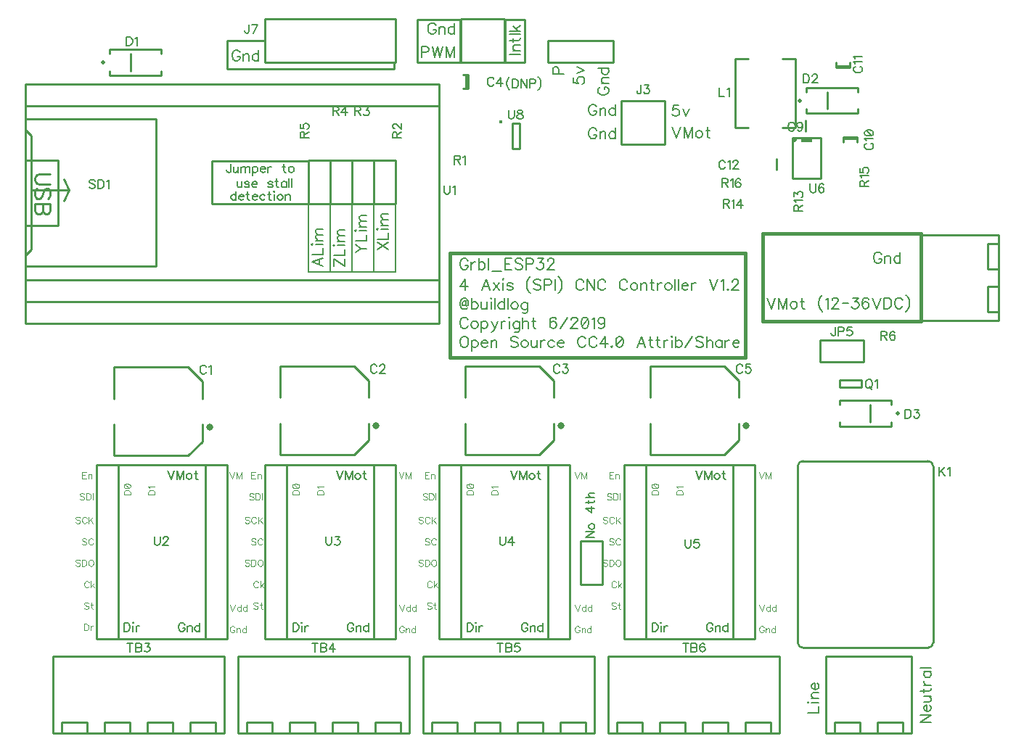
<source format=gbr>
G04 DipTrace 3.3.1.3*
G04 TopSilk.gbr*
%MOIN*%
G04 #@! TF.FileFunction,Legend,Top*
G04 #@! TF.Part,Single*
%ADD10C,0.009843*%
%ADD22C,0.008*%
%ADD23C,0.01*%
%ADD24C,0.0151*%
%ADD25C,0.031465*%
%ADD29C,0.019695*%
%ADD49C,0.019705*%
%ADD52C,0.015395*%
%ADD124C,0.006176*%
%ADD125C,0.00772*%
%ADD126C,0.004632*%
%ADD128C,0.010807*%
%FSLAX26Y26*%
G04*
G70*
G90*
G75*
G01*
G04 TopSilk*
%LPD*%
X801170Y1687007D2*
D10*
Y1830720D1*
Y1687007D2*
X1141753D1*
X801170Y1948806D2*
Y2092519D1*
X1141753D1*
X1206702Y1751970D2*
Y1830720D1*
Y1948806D2*
Y2027556D1*
Y1751970D2*
X1141753Y1687007D1*
X1206702Y2027556D2*
X1141753Y2092519D1*
D25*
X1240133Y1818900D3*
X1563769Y1690944D2*
D10*
Y1834657D1*
Y1690944D2*
X1904352D1*
X1563769Y1952743D2*
Y2096456D1*
X1904352D1*
X1969300Y1755907D2*
Y1834657D1*
Y1952743D2*
Y2031493D1*
Y1755907D2*
X1904352Y1690944D1*
X1969300Y2031493D2*
X1904352Y2096456D1*
D25*
X2002731Y1822837D3*
X2413769Y1690944D2*
D10*
Y1834657D1*
Y1690944D2*
X2754352D1*
X2413769Y1952743D2*
Y2096456D1*
X2754352D1*
X2819300Y1755907D2*
Y1834657D1*
Y1952743D2*
Y2031493D1*
Y1755907D2*
X2754352Y1690944D1*
X2819300Y2031493D2*
X2754352Y2096456D1*
D25*
X2852731Y1822837D3*
X3263769Y1690944D2*
D10*
Y1834657D1*
Y1690944D2*
X3604352D1*
X3263769Y1952743D2*
Y2096456D1*
X3604352D1*
X3669300Y1755907D2*
Y1834657D1*
Y1952743D2*
Y2031493D1*
Y1755907D2*
X3604352Y1690944D1*
X3669300Y2031493D2*
X3604352Y2096456D1*
D25*
X3702731Y1822837D3*
X3977340Y3176129D2*
D10*
Y3227271D1*
X4149235Y3143913D2*
X4212165D1*
X4149235Y3151361D2*
X4212165D1*
X4149235D2*
Y3127802D1*
X4212165Y3151361D2*
Y3127802D1*
X4178931Y3478508D2*
X4116002D1*
X4178931Y3471060D2*
X4116002D1*
X4178931D2*
Y3494619D1*
X4116002Y3471060D2*
Y3494619D1*
X3845060Y3051271D2*
Y3000129D1*
X779321Y3533066D2*
Y3552755D1*
X1015545D1*
Y3533066D1*
X779321Y3454334D2*
Y3434645D1*
X1015545D1*
Y3454334D1*
X877767Y3533066D2*
Y3454334D1*
D29*
X749807Y3493700D3*
X3979321Y3358066D2*
D10*
Y3377755D1*
X4215545D1*
Y3358066D1*
X3979321Y3279334D2*
Y3259645D1*
X4215545D1*
Y3279334D1*
X4077767Y3358066D2*
Y3279334D1*
D29*
X3949807Y3318700D3*
X4370579Y1841834D2*
D10*
Y1822145D1*
X4134355D1*
Y1841834D1*
X4370579Y1920566D2*
Y1940255D1*
X4134355D1*
Y1920566D1*
X4272133Y1841834D2*
Y1920566D1*
D29*
X4400093Y1881200D3*
X2393700Y3493700D2*
D10*
Y3693700D1*
X2593700Y3493700D2*
X2393700D1*
X2593700Y3693700D2*
X2393700D1*
X2593700Y3493700D2*
Y3693700D1*
X3131200Y3118700D2*
Y3318700D1*
X3331200Y3118700D2*
X3131200D1*
X3331200Y3318700D2*
X3131200D1*
X3331200Y3118700D2*
Y3318700D1*
X1919400Y2393700D2*
X1927000D1*
X467800D2*
X2293700D1*
X393700D2*
X467800D1*
X393700Y2293700D2*
Y2393700D1*
Y2293700D2*
X2293700D1*
Y2393700D1*
X2093700Y3693700D2*
X1493700D1*
Y3493700D1*
X2093700D2*
X1493700D1*
X2093700Y3693700D2*
Y3493700D1*
X2793719Y3593705D2*
X3093681D1*
Y3493700D1*
X2793719D1*
Y3593705D1*
X1993700Y2843700D2*
X2093700D1*
X1993700Y3043700D2*
Y2843700D1*
Y3043700D2*
X2093700D1*
Y2843700D1*
X1893700D2*
X1993700D1*
X1893700Y3043700D2*
Y2843700D1*
Y3043700D2*
X1993700D1*
Y2843700D1*
X1793700D2*
X1893700D1*
X1793700Y3043700D2*
Y2843700D1*
Y3043700D2*
X1893700D1*
Y2843700D1*
X1693700D2*
X1793700D1*
X1693700Y3043700D2*
Y2843700D1*
Y3043700D2*
X1793700D1*
Y2843700D1*
X4043700Y2218700D2*
Y2118700D1*
X4243700Y2218700D2*
X4043700D1*
X4243700D2*
Y2118700D1*
X4043700D1*
X3043700Y1293700D2*
X2943700D1*
X3043700Y1093700D2*
Y1293700D1*
Y1093700D2*
X2943700D1*
Y1293700D1*
X3964955Y803149D2*
G02X3940944Y827180I3J24014D01*
G01*
Y1637385D1*
G02X3964955Y1661417I24014J18D01*
G01*
X4538980D1*
G02X4562991Y1637385I-3J-24014D01*
G01*
Y827180D1*
G02X4538980Y803149I-24014J-18D01*
G01*
X3964955D1*
X3712518Y3194610D2*
X3653459D1*
Y3509577D1*
X3712518D1*
X3869990D2*
X3929049D1*
Y3194610D1*
X3869990D1*
X4232481Y2001085D2*
X4134059D1*
Y2032574D1*
X4232481D1*
Y2001085D1*
X394291Y3183446D2*
X419311Y3158471D1*
X394291Y3233464D2*
X994291D1*
Y2558464D1*
X394291D1*
Y3233464D1*
X419311Y3158471D2*
Y2633456D1*
X394291Y2608481D1*
X419311Y2908451D2*
X594271D1*
X569311Y2958469D1*
X594271Y2908451D2*
X569311Y2858434D1*
X4509350Y2307775D2*
X4863680D1*
Y2701476D1*
X4509350D1*
Y2307775D1*
X4814464Y2347145D2*
X4863680D1*
Y2465255D1*
X4814464D1*
Y2347145D1*
Y2543995D2*
X4863680D1*
Y2662106D1*
X4814464D1*
Y2543995D1*
X4070275Y765550D2*
X4463976D1*
Y411220D1*
X4070275D1*
Y765550D1*
X4109645Y460436D2*
X4227755D1*
Y411220D1*
X4109645D1*
Y460436D1*
X4306495D2*
X4424606D1*
Y411220D1*
X4306495D1*
Y460436D1*
X520275Y765550D2*
X1307676D1*
Y411220D1*
X520275D1*
Y765550D1*
X559645Y460436D2*
X677755D1*
Y411220D1*
X559645D1*
Y460436D1*
X756495D2*
X874606D1*
Y411220D1*
X756495D1*
Y460436D1*
X953346D2*
X1071456D1*
Y411220D1*
X953346D1*
Y460436D1*
X1150196D2*
X1268306D1*
Y411220D1*
X1150196D1*
Y460436D1*
X1370275Y765550D2*
X2157676D1*
Y411220D1*
X1370275D1*
Y765550D1*
X1409645Y460436D2*
X1527755D1*
Y411220D1*
X1409645D1*
Y460436D1*
X1606495D2*
X1724606D1*
Y411220D1*
X1606495D1*
Y460436D1*
X1803346D2*
X1921456D1*
Y411220D1*
X1803346D1*
Y460436D1*
X2000196D2*
X2118306D1*
Y411220D1*
X2000196D1*
Y460436D1*
X2220275Y765550D2*
X3007676D1*
Y411220D1*
X2220275D1*
Y765550D1*
X2259645Y460436D2*
X2377755D1*
Y411220D1*
X2259645D1*
Y460436D1*
X2456495D2*
X2574606D1*
Y411220D1*
X2456495D1*
Y460436D1*
X2653346D2*
X2771456D1*
Y411220D1*
X2653346D1*
Y460436D1*
X2850196D2*
X2968306D1*
Y411220D1*
X2850196D1*
Y460436D1*
X3070275Y765550D2*
X3857676D1*
Y411220D1*
X3070275D1*
Y765550D1*
X3109645Y460436D2*
X3227755D1*
Y411220D1*
X3109645D1*
Y460436D1*
X3306495D2*
X3424606D1*
Y411220D1*
X3306495D1*
Y460436D1*
X3503346D2*
X3621456D1*
Y411220D1*
X3503346D1*
Y460436D1*
X3700196D2*
X3818306D1*
Y411220D1*
X3700196D1*
Y460436D1*
X2293717Y3393700D2*
X393700D1*
Y2393700D1*
X2293717D1*
Y3393700D1*
Y3293700D2*
X393700D1*
X2293717Y2493700D2*
X393700D1*
X2294145Y3209800D2*
D3*
X543600Y3043700D2*
X393700D1*
Y2743700D1*
X543600D1*
Y3043700D1*
X718700Y1643700D2*
X818720D1*
Y843700D1*
X718700D1*
Y1643700D1*
X1218680D2*
X1318700D1*
Y843700D1*
X1218680D1*
Y1643700D1*
X818720D2*
X1218680D1*
Y843700D1*
X818720D1*
Y1643700D1*
X1493700D2*
X1593720D1*
Y843700D1*
X1493700D1*
Y1643700D1*
X1993680D2*
X2093700D1*
Y843700D1*
X1993680D1*
Y1643700D1*
X1593720D2*
X1993680D1*
Y843700D1*
X1593720D1*
Y1643700D1*
X2293700D2*
X2393720D1*
Y843700D1*
X2293700D1*
Y1643700D1*
X2793680D2*
X2893700D1*
Y843700D1*
X2793680D1*
Y1643700D1*
X2393720D2*
X2793680D1*
Y843700D1*
X2393720D1*
Y1643700D1*
X3143700D2*
X3243720D1*
Y843700D1*
X3143700D1*
Y1643700D1*
X3643680D2*
X3743700D1*
Y843700D1*
X3643680D1*
Y1643700D1*
X3243720D2*
X3643680D1*
Y843700D1*
X3243720D1*
Y1643700D1*
X4046060Y3147438D2*
X3918103D1*
Y2960430D1*
X4046060D1*
Y3147438D1*
D49*
X3927955Y3137592D3*
G36*
X4006705Y3147438D2*
X3957485D1*
Y3127746D1*
X4006705D1*
Y3147438D1*
G37*
D52*
X2577075Y3220614D3*
X2631140Y3215351D2*
D10*
Y3097243D1*
X2662631Y3215351D2*
Y3097243D1*
X2631140D2*
X2662631D1*
X2631140Y3215351D2*
X2662631D1*
X2417913Y3437665D2*
Y3374735D1*
X2425361Y3437665D2*
Y3374735D1*
Y3437665D2*
X2401802D1*
X2425361Y3374735D2*
X2401802D1*
X1693700Y2843700D2*
D22*
X1793700D1*
Y2531200D1*
X1693700D1*
Y2843700D1*
X1793700D2*
X1893700D1*
Y2531200D1*
X1793700D1*
Y2843700D1*
X1893700D2*
X1993700D1*
Y2531200D1*
X1893700D1*
Y2843700D1*
X1993700D2*
X2093700D1*
Y2531200D1*
X1993700D1*
Y2843700D1*
X2598424Y3690944D2*
D23*
X2687007D1*
Y3494094D1*
X2598424D1*
Y3690944D1*
X2194881D2*
X2391731D1*
Y3494094D1*
X2194881D1*
Y3690944D1*
X3779527Y2706692D2*
D24*
X4507873D1*
Y2303149D1*
X3779527D1*
Y2706692D1*
X2342519Y2618109D2*
X3700787D1*
Y2135826D1*
X2342519D1*
Y2618109D1*
X2086613Y3494094D2*
D10*
Y3464566D1*
X1318897D1*
Y3592519D1*
X1486220D1*
X1692913Y3041338D2*
X1249999D1*
Y2844487D1*
X1692913D1*
Y2854330D1*
X1223847Y2092334D2*
D124*
X1221945Y2096137D1*
X1218098Y2099983D1*
X1214296Y2101885D1*
X1206647D1*
X1202800Y2099983D1*
X1198997Y2096137D1*
X1197052Y2092334D1*
X1195151Y2086586D1*
Y2076991D1*
X1197052Y2071288D1*
X1198997Y2067441D1*
X1202800Y2063638D1*
X1206647Y2061693D1*
X1214296D1*
X1218098Y2063638D1*
X1221945Y2067441D1*
X1223847Y2071288D1*
X1236198Y2094191D2*
X1240045Y2096137D1*
X1245793Y2101841D1*
Y2061693D1*
X2007373Y2096271D2*
X2005471Y2100074D1*
X2001625Y2103920D1*
X1997822Y2105822D1*
X1990173D1*
X1986326Y2103920D1*
X1982523Y2100074D1*
X1980578Y2096271D1*
X1978677Y2090523D1*
Y2080928D1*
X1980578Y2075225D1*
X1982523Y2071378D1*
X1986326Y2067575D1*
X1990173Y2065630D1*
X1997822D1*
X2001625Y2067575D1*
X2005471Y2071378D1*
X2007373Y2075225D1*
X2021669Y2096227D2*
Y2098128D1*
X2023571Y2101975D1*
X2025472Y2103876D1*
X2029319Y2105778D1*
X2036968D1*
X2040771Y2103876D1*
X2042672Y2101975D1*
X2044617Y2098128D1*
Y2094326D1*
X2042672Y2090479D1*
X2038869Y2084775D1*
X2019724Y2065630D1*
X2046519D1*
X2847530Y2096271D2*
X2845629Y2100074D1*
X2841782Y2103920D1*
X2837979Y2105822D1*
X2830330D1*
X2826483Y2103920D1*
X2822681Y2100074D1*
X2820735Y2096271D1*
X2818834Y2090523D1*
Y2080928D1*
X2820735Y2075225D1*
X2822681Y2071378D1*
X2826483Y2067575D1*
X2830330Y2065630D1*
X2837979D1*
X2841782Y2067575D1*
X2845629Y2071378D1*
X2847530Y2075225D1*
X2863728Y2105778D2*
X2884731D1*
X2873279Y2090479D1*
X2879027D1*
X2882829Y2088578D1*
X2884731Y2086676D1*
X2886676Y2080928D1*
Y2077126D1*
X2884731Y2071378D1*
X2880928Y2067531D1*
X2875180Y2065630D1*
X2869432D1*
X2863728Y2067531D1*
X2861827Y2069477D1*
X2859881Y2073279D1*
X3687688Y2096271D2*
X3685786Y2100074D1*
X3681940Y2103920D1*
X3678137Y2105822D1*
X3670488D1*
X3666641Y2103920D1*
X3662838Y2100074D1*
X3660893Y2096271D1*
X3658992Y2090523D1*
Y2080928D1*
X3660893Y2075225D1*
X3662838Y2071378D1*
X3666641Y2067575D1*
X3670488Y2065630D1*
X3678137D1*
X3681940Y2067575D1*
X3685786Y2071378D1*
X3687688Y2075225D1*
X3722987Y2105778D2*
X3703886D1*
X3701984Y2088578D1*
X3703886Y2090479D1*
X3709634Y2092424D1*
X3715338D1*
X3721086Y2090479D1*
X3724932Y2086676D1*
X3726834Y2080928D1*
Y2077126D1*
X3724932Y2071378D1*
X3721086Y2067531D1*
X3715338Y2065630D1*
X3709634D1*
X3703886Y2067531D1*
X3701984Y2069477D1*
X3700039Y2073279D1*
X3925832Y3208700D2*
X3923931Y3212503D1*
X3920084Y3216350D1*
X3916282Y3218251D1*
X3908633D1*
X3904786Y3216350D1*
X3900983Y3212503D1*
X3899038Y3208700D1*
X3897136Y3202952D1*
Y3193358D1*
X3899038Y3187654D1*
X3900983Y3183807D1*
X3904786Y3180004D1*
X3908633Y3178059D1*
X3916282D1*
X3920084Y3180004D1*
X3923931Y3183807D1*
X3925832Y3187654D1*
X3963077Y3204854D2*
X3961132Y3199106D1*
X3957329Y3195259D1*
X3951581Y3193358D1*
X3949680D1*
X3943932Y3195259D1*
X3940129Y3199106D1*
X3938184Y3204854D1*
Y3206755D1*
X3940129Y3212503D1*
X3943932Y3216305D1*
X3949680Y3218207D1*
X3951581D1*
X3957329Y3216305D1*
X3961132Y3212503D1*
X3963077Y3204854D1*
Y3195259D1*
X3961132Y3185708D1*
X3957329Y3179960D1*
X3951581Y3178059D1*
X3947779D1*
X3942031Y3179960D1*
X3940129Y3183807D1*
X4257239Y3121884D2*
X4253437Y3119983D1*
X4249590Y3116136D1*
X4247689Y3112333D1*
X4247688Y3104684D1*
X4249590Y3100837D1*
X4253437Y3097035D1*
X4257239Y3095089D1*
X4262987Y3093188D1*
X4272582D1*
X4278286Y3095089D1*
X4282132Y3097035D1*
X4285935Y3100837D1*
X4287881Y3104684D1*
Y3112333D1*
X4285935Y3116136D1*
X4282133Y3119983D1*
X4278286Y3121884D1*
X4255382Y3134235D2*
X4253437Y3138082D1*
X4247733Y3143830D1*
X4287881D1*
X4247733Y3167677D2*
X4249634Y3161929D1*
X4255382Y3158083D1*
X4264933Y3156181D1*
X4270681D1*
X4280231Y3158083D1*
X4285979Y3161929D1*
X4287880Y3167677D1*
Y3171480D1*
X4285979Y3177228D1*
X4280231Y3181031D1*
X4270681Y3182976D1*
X4264933D1*
X4255382Y3181031D1*
X4249634Y3177228D1*
X4247733Y3171480D1*
Y3167677D1*
X4255382Y3181031D2*
X4280231Y3158083D1*
X4206756Y3475241D2*
X4202954Y3473340D1*
X4199107Y3469493D1*
X4197206Y3465690D1*
Y3458041D1*
X4199107Y3454194D1*
X4202954Y3450392D1*
X4206756Y3448446D1*
X4212504Y3446545D1*
X4222099D1*
X4227803Y3448446D1*
X4231650Y3450392D1*
X4235452Y3454194D1*
X4237398Y3458041D1*
Y3465690D1*
X4235452Y3469493D1*
X4231650Y3473340D1*
X4227803Y3475241D1*
X4204899Y3487592D2*
X4202954Y3491439D1*
X4197250Y3497187D1*
X4237398D1*
X4204899Y3509539D2*
X4202954Y3513385D1*
X4197250Y3519133D1*
X4237398D1*
X3607485Y3034269D2*
X3605584Y3038071D1*
X3601737Y3041918D1*
X3597934Y3043819D1*
X3590285D1*
X3586438Y3041918D1*
X3582636Y3038071D1*
X3580690Y3034269D1*
X3578789Y3028521D1*
Y3018926D1*
X3580690Y3013222D1*
X3582636Y3009375D1*
X3586438Y3005573D1*
X3590285Y3003627D1*
X3597934D1*
X3601737Y3005573D1*
X3605584Y3009375D1*
X3607485Y3013222D1*
X3619836Y3036126D2*
X3623683Y3038071D1*
X3629431Y3043775D1*
Y3003627D1*
X3643728Y3034224D2*
Y3036126D1*
X3645629Y3039972D1*
X3647530Y3041874D1*
X3651377Y3043775D1*
X3659026D1*
X3662829Y3041874D1*
X3664730Y3039972D1*
X3666676Y3036126D1*
Y3032323D1*
X3664730Y3028476D1*
X3660928Y3022773D1*
X3641782Y3003627D1*
X3668577D1*
X858306Y3611334D2*
Y3571142D1*
X871703D1*
X877451Y3573087D1*
X881298Y3576890D1*
X883199Y3580736D1*
X885101Y3586440D1*
Y3596035D1*
X883199Y3601783D1*
X881298Y3605586D1*
X877451Y3609432D1*
X871703Y3611334D1*
X858306D1*
X897452Y3603640D2*
X901299Y3605586D1*
X907047Y3611289D1*
Y3571142D1*
X3966547Y3439843D2*
Y3399651D1*
X3979945D1*
X3985693Y3401596D1*
X3989539Y3405399D1*
X3991441Y3409246D1*
X3993342Y3414949D1*
Y3424544D1*
X3991441Y3430292D1*
X3989539Y3434095D1*
X3985693Y3437941D1*
X3979945Y3439843D1*
X3966547D1*
X4007639Y3430248D2*
Y3432149D1*
X4009540Y3435996D1*
X4011441Y3437897D1*
X4015288Y3439799D1*
X4022937D1*
X4026740Y3437897D1*
X4028641Y3435996D1*
X4030587Y3432149D1*
Y3428347D1*
X4028641Y3424500D1*
X4024839Y3418796D1*
X4005693Y3399651D1*
X4032488D1*
X4434253Y1898834D2*
Y1858642D1*
X4447651D1*
X4453399Y1860587D1*
X4457245Y1864390D1*
X4459147Y1868236D1*
X4461048Y1873940D1*
Y1883535D1*
X4459147Y1889283D1*
X4457245Y1893086D1*
X4453399Y1896932D1*
X4447651Y1898834D1*
X4434253D1*
X4477246Y1898789D2*
X4498249D1*
X4486797Y1883491D1*
X4492545D1*
X4496347Y1881589D1*
X4498249Y1879688D1*
X4500194Y1873940D1*
Y1870138D1*
X4498249Y1864390D1*
X4494446Y1860543D1*
X4488698Y1858642D1*
X4482950D1*
X4477246Y1860543D1*
X4475345Y1862488D1*
X4473399Y1866291D1*
X3221200Y3389778D2*
Y3359181D1*
X3219298Y3353433D1*
X3217353Y3351532D1*
X3213550Y3349586D1*
X3209704D1*
X3205901Y3351532D1*
X3204000Y3353433D1*
X3202054Y3359181D1*
Y3362984D1*
X3237398Y3389734D2*
X3258400D1*
X3246948Y3374436D1*
X3252696D1*
X3256499Y3372534D1*
X3258400Y3370633D1*
X3260346Y3364885D1*
Y3361083D1*
X3258400Y3355334D1*
X3254598Y3351488D1*
X3248850Y3349586D1*
X3243102D1*
X3237398Y3351488D1*
X3235497Y3353433D1*
X3233551Y3357236D1*
X1420083Y3667824D2*
Y3637227D1*
X1418182Y3631479D1*
X1416236Y3629578D1*
X1412434Y3627632D1*
X1408587D1*
X1404784Y3629578D1*
X1402883Y3631479D1*
X1400937Y3637227D1*
Y3641030D1*
X1440084Y3627632D2*
X1459229Y3667780D1*
X1432434D1*
X4114127Y2277278D2*
Y2246681D1*
X4112225Y2240933D1*
X4110280Y2239032D1*
X4106477Y2237086D1*
X4102631D1*
X4098828Y2239032D1*
X4096927Y2240933D1*
X4094981Y2246681D1*
Y2250484D1*
X4126478Y2256232D2*
X4143722D1*
X4149426Y2258133D1*
X4151371Y2260079D1*
X4153273Y2263881D1*
Y2269629D1*
X4151371Y2273432D1*
X4149426Y2275377D1*
X4143722Y2277278D1*
X4126478D1*
Y2237086D1*
X4188572Y2277234D2*
X4169471D1*
X4167570Y2260034D1*
X4169471Y2261936D1*
X4175219Y2263881D1*
X4180923D1*
X4186671Y2261936D1*
X4190517Y2258133D1*
X4192419Y2252385D1*
Y2248583D1*
X4190517Y2242834D1*
X4186671Y2238988D1*
X4180923Y2237086D1*
X4175219D1*
X4169471Y2238988D1*
X4167570Y2240933D1*
X4165624Y2244736D1*
X4590097Y1632495D2*
Y1592303D1*
X4616892Y1632495D2*
X4590097Y1605700D1*
X4599648Y1615295D2*
X4616892Y1592303D1*
X4629243Y1624801D2*
X4633090Y1626747D1*
X4638838Y1632451D1*
Y1592303D1*
X3581307Y3377019D2*
Y3336827D1*
X3604255D1*
X3616606Y3369325D2*
X3620453Y3371271D1*
X3626201Y3376974D1*
Y3336827D1*
X4264138Y2036038D2*
X4260336Y2034181D1*
X4256489Y2030334D1*
X4254588Y2026488D1*
X4252642Y2020740D1*
Y2011189D1*
X4254588Y2005441D1*
X4256489Y2001639D1*
X4260336Y1997792D1*
X4264138Y1995891D1*
X4271788D1*
X4275635Y1997792D1*
X4279437Y2001639D1*
X4281338Y2005441D1*
X4283284Y2011189D1*
Y2020740D1*
X4281338Y2026488D1*
X4279437Y2030334D1*
X4275635Y2034181D1*
X4271788Y2036038D1*
X4264138D1*
X4269887Y2003540D2*
X4281338Y1992044D1*
X4295635Y2028345D2*
X4299482Y2030290D1*
X4305230Y2035994D1*
Y1995846D1*
X2364802Y3045732D2*
X2382002D1*
X2387750Y3047677D1*
X2389695Y3049578D1*
X2391597Y3053381D1*
Y3057228D1*
X2389695Y3061030D1*
X2387750Y3062976D1*
X2382002Y3064877D1*
X2364802D1*
Y3024685D1*
X2378199Y3045732D2*
X2391597Y3024685D1*
X2403948Y3057183D2*
X2407795Y3059129D1*
X2413543Y3064833D1*
Y3024685D1*
X2099739Y3148131D2*
Y3165331D1*
X2097794Y3171079D1*
X2095893Y3173025D1*
X2092090Y3174926D1*
X2088243D1*
X2084441Y3173025D1*
X2082495Y3171079D1*
X2080594Y3165331D1*
Y3148131D1*
X2120786D1*
X2099739Y3161529D2*
X2120786Y3174926D1*
X2090189Y3189223D2*
X2088288D1*
X2084441Y3191124D1*
X2082540Y3193025D1*
X2080638Y3196872D1*
Y3204521D1*
X2082540Y3208324D1*
X2084441Y3210225D1*
X2088288Y3212171D1*
X2092090D1*
X2095937Y3210225D1*
X2101641Y3206423D1*
X2120786Y3187277D1*
Y3214072D1*
X1906202Y3270535D2*
X1923402D1*
X1929150Y3272480D1*
X1931095Y3274381D1*
X1932997Y3278184D1*
Y3282031D1*
X1931095Y3285833D1*
X1929150Y3287779D1*
X1923402Y3289680D1*
X1906202D1*
Y3249488D1*
X1919599Y3270535D2*
X1932997Y3249488D1*
X1949195Y3289636D2*
X1970197D1*
X1958745Y3274337D1*
X1964494D1*
X1968296Y3272436D1*
X1970197Y3270535D1*
X1972143Y3264787D1*
Y3260984D1*
X1970197Y3255236D1*
X1966395Y3251389D1*
X1960647Y3249488D1*
X1954899D1*
X1949195Y3251389D1*
X1947294Y3253335D1*
X1945348Y3257137D1*
X1805251Y3270535D2*
X1822451D1*
X1828199Y3272480D1*
X1830145Y3274381D1*
X1832046Y3278184D1*
Y3282031D1*
X1830145Y3285833D1*
X1828199Y3287779D1*
X1822451Y3289680D1*
X1805251D1*
Y3249488D1*
X1818649Y3270535D2*
X1832046Y3249488D1*
X1863543D2*
Y3289636D1*
X1844398Y3262885D1*
X1873093D1*
X1674739Y3148131D2*
Y3165331D1*
X1672794Y3171079D1*
X1670893Y3173025D1*
X1667090Y3174926D1*
X1663243D1*
X1659441Y3173025D1*
X1657495Y3171079D1*
X1655594Y3165331D1*
Y3148131D1*
X1695786D1*
X1674739Y3161529D2*
X1695786Y3174926D1*
X1655638Y3210225D2*
Y3191124D1*
X1672838Y3189223D1*
X1670937Y3191124D1*
X1668991Y3196872D1*
Y3202576D1*
X1670937Y3208324D1*
X1674739Y3212171D1*
X1680487Y3214072D1*
X1684290D1*
X1690038Y3212171D1*
X1693885Y3208324D1*
X1695786Y3202576D1*
Y3196872D1*
X1693885Y3191124D1*
X1691939Y3189223D1*
X1688137Y3187277D1*
X4324104Y2237661D2*
X4341304D1*
X4347052Y2239606D1*
X4348997Y2241507D1*
X4350899Y2245310D1*
Y2249157D1*
X4348997Y2252959D1*
X4347052Y2254905D1*
X4341304Y2256806D1*
X4324104D1*
Y2216614D1*
X4337501Y2237661D2*
X4350899Y2216614D1*
X4386198Y2251058D2*
X4384297Y2254861D1*
X4378549Y2256762D1*
X4374746D1*
X4368998Y2254861D1*
X4365151Y2249113D1*
X4363250Y2239562D1*
Y2230011D1*
X4365151Y2222362D1*
X4368998Y2218515D1*
X4374746Y2216614D1*
X4376647D1*
X4382351Y2218515D1*
X4386198Y2222362D1*
X4388099Y2228110D1*
Y2230011D1*
X4386198Y2235759D1*
X4382351Y2239562D1*
X4376647Y2241463D1*
X4374746D1*
X4368998Y2239562D1*
X4365151Y2235759D1*
X4363250Y2230011D1*
X3943239Y2812158D2*
Y2829358D1*
X3941294Y2835106D1*
X3939393Y2837052D1*
X3935590Y2838953D1*
X3931743D1*
X3927941Y2837052D1*
X3925995Y2835106D1*
X3924094Y2829358D1*
Y2812158D1*
X3964286D1*
X3943239Y2825556D2*
X3964286Y2838953D1*
X3931788Y2851304D2*
X3929842Y2855151D1*
X3924138Y2860899D1*
X3964286D1*
X3924138Y2877097D2*
Y2898100D1*
X3939437Y2886648D1*
Y2892396D1*
X3941338Y2896198D1*
X3943239Y2898100D1*
X3948987Y2900045D1*
X3952790D1*
X3958538Y2898100D1*
X3962385Y2894297D1*
X3964286Y2888549D1*
Y2882801D1*
X3962385Y2877097D1*
X3960439Y2875196D1*
X3956637Y2873250D1*
X3599457Y2845161D2*
X3616657D1*
X3622405Y2847106D1*
X3624350Y2849007D1*
X3626251Y2852810D1*
Y2856657D1*
X3624350Y2860459D1*
X3622405Y2862405D1*
X3616657Y2864306D1*
X3599457D1*
Y2824114D1*
X3612854Y2845161D2*
X3626251Y2824114D1*
X3638603Y2856613D2*
X3642450Y2858558D1*
X3648198Y2864262D1*
Y2824114D1*
X3679694D2*
Y2864262D1*
X3660549Y2837511D1*
X3689245D1*
X4245489Y2923658D2*
Y2940858D1*
X4243543Y2946606D1*
X4241642Y2948552D1*
X4237839Y2950453D1*
X4233993D1*
X4230190Y2948552D1*
X4228245Y2946606D1*
X4226343Y2940858D1*
Y2923658D1*
X4266535D1*
X4245489Y2937056D2*
X4266535Y2950453D1*
X4234037Y2962804D2*
X4232091Y2966651D1*
X4226388Y2972399D1*
X4266535D1*
X4226388Y3007698D2*
Y2988597D1*
X4243587Y2986696D1*
X4241686Y2988597D1*
X4239741Y2994345D1*
Y3000049D1*
X4241686Y3005797D1*
X4245489Y3009644D1*
X4251237Y3011545D1*
X4255039D1*
X4260787Y3009644D1*
X4264634Y3005797D1*
X4266535Y3000049D1*
Y2994345D1*
X4264634Y2988597D1*
X4262689Y2986696D1*
X4258886Y2984750D1*
X3593828Y2940161D2*
X3611028D1*
X3616776Y2942106D1*
X3618721Y2944007D1*
X3620622Y2947810D1*
Y2951657D1*
X3618721Y2955459D1*
X3616776Y2957405D1*
X3611028Y2959306D1*
X3593828D1*
Y2919114D1*
X3607225Y2940161D2*
X3620622Y2919114D1*
X3632974Y2951613D2*
X3636821Y2953558D1*
X3642569Y2959262D1*
Y2919114D1*
X3677868Y2953558D2*
X3675967Y2957361D1*
X3670219Y2959262D1*
X3666416D1*
X3660668Y2957361D1*
X3656821Y2951613D1*
X3654920Y2942062D1*
Y2932511D1*
X3656821Y2924862D1*
X3660668Y2921015D1*
X3666416Y2919114D1*
X3668317D1*
X3674021Y2921015D1*
X3677868Y2924862D1*
X3679769Y2930610D1*
Y2932511D1*
X3677868Y2938259D1*
X3674021Y2942062D1*
X3668317Y2943963D1*
X3666416D1*
X3660668Y2942062D1*
X3656821Y2938259D1*
X3654920Y2932511D1*
X714642Y2948794D2*
X710839Y2952641D1*
X705091Y2954542D1*
X697442D1*
X691694Y2952641D1*
X687847Y2948794D1*
Y2944992D1*
X689793Y2941145D1*
X691694Y2939244D1*
X695496Y2937342D1*
X706992Y2933496D1*
X710839Y2931594D1*
X712740Y2929649D1*
X714642Y2925846D1*
Y2920098D1*
X710839Y2916296D1*
X705091Y2914350D1*
X697442D1*
X691694Y2916296D1*
X687847Y2920098D1*
X726993Y2954542D2*
Y2914350D1*
X740390D1*
X746139Y2916296D1*
X749985Y2920098D1*
X751887Y2923945D1*
X753788Y2929649D1*
Y2939244D1*
X751887Y2944992D1*
X749985Y2948794D1*
X746139Y2952641D1*
X740390Y2954542D1*
X726993D1*
X766139Y2946849D2*
X769986Y2948794D1*
X775734Y2954498D1*
Y2914350D1*
X874830Y824129D2*
Y783937D1*
X861432Y824129D2*
X888227D1*
X900578D2*
Y783937D1*
X917822D1*
X923570Y785882D1*
X925472Y787784D1*
X927373Y791586D1*
Y797334D1*
X925472Y801181D1*
X923570Y803082D1*
X917822Y804983D1*
X923570Y806929D1*
X925472Y808830D1*
X927373Y812633D1*
Y816480D1*
X925472Y820282D1*
X923570Y822228D1*
X917822Y824129D1*
X900578D1*
Y804983D2*
X917822D1*
X943571Y824085D2*
X964574D1*
X953122Y808786D1*
X958870D1*
X962672Y806885D1*
X964574Y804983D1*
X966519Y799235D1*
Y795433D1*
X964574Y789685D1*
X960771Y785838D1*
X955023Y783937D1*
X949275D1*
X943571Y785838D1*
X941670Y787784D1*
X939724Y791586D1*
X1723879Y824129D2*
Y783937D1*
X1710482Y824129D2*
X1737276D1*
X1749628D2*
Y783937D1*
X1766872D1*
X1772620Y785882D1*
X1774521Y787784D1*
X1776422Y791586D1*
Y797334D1*
X1774521Y801181D1*
X1772620Y803082D1*
X1766872Y804983D1*
X1772620Y806929D1*
X1774521Y808830D1*
X1776422Y812633D1*
Y816480D1*
X1774521Y820282D1*
X1772620Y822228D1*
X1766872Y824129D1*
X1749628D1*
Y804983D2*
X1766872D1*
X1807919Y783937D2*
Y824085D1*
X1788774Y797334D1*
X1817470D1*
X2574830Y824129D2*
Y783937D1*
X2561432Y824129D2*
X2588227D1*
X2600578D2*
Y783937D1*
X2617822D1*
X2623570Y785882D1*
X2625472Y787784D1*
X2627373Y791586D1*
Y797334D1*
X2625472Y801181D1*
X2623570Y803082D1*
X2617822Y804983D1*
X2623570Y806929D1*
X2625472Y808830D1*
X2627373Y812633D1*
Y816480D1*
X2625472Y820282D1*
X2623570Y822228D1*
X2617822Y824129D1*
X2600578D1*
Y804983D2*
X2617822D1*
X2662672Y824085D2*
X2643571D1*
X2641670Y806885D1*
X2643571Y808786D1*
X2649319Y810732D1*
X2655023D1*
X2660771Y808786D1*
X2664618Y804983D1*
X2666519Y799235D1*
Y795433D1*
X2664618Y789685D1*
X2660771Y785838D1*
X2655023Y783937D1*
X2649319D1*
X2643571Y785838D1*
X2641670Y787784D1*
X2639724Y791586D1*
X3425802Y824129D2*
Y783937D1*
X3412405Y824129D2*
X3439200D1*
X3451551D2*
Y783937D1*
X3468795D1*
X3474543Y785882D1*
X3476444Y787784D1*
X3478346Y791586D1*
Y797334D1*
X3476444Y801181D1*
X3474543Y803082D1*
X3468795Y804983D1*
X3474543Y806929D1*
X3476444Y808830D1*
X3478346Y812633D1*
Y816480D1*
X3476444Y820282D1*
X3474543Y822228D1*
X3468795Y824129D1*
X3451551D1*
Y804983D2*
X3468795D1*
X3513645Y818381D2*
X3511744Y822183D1*
X3505996Y824085D1*
X3502193D1*
X3496445Y822183D1*
X3492598Y816435D1*
X3490697Y806885D1*
Y797334D1*
X3492598Y789685D1*
X3496445Y785838D1*
X3502193Y783937D1*
X3504094D1*
X3509798Y785838D1*
X3513645Y789685D1*
X3515546Y795433D1*
Y797334D1*
X3513645Y803082D1*
X3509798Y806885D1*
X3504094Y808786D1*
X3502193D1*
X3496445Y806885D1*
X3492598Y803082D1*
X3490697Y797334D1*
X2316574Y2927278D2*
Y2898583D1*
X2318475Y2892834D1*
X2322322Y2889032D1*
X2328070Y2887086D1*
X2331872D1*
X2337620Y2889032D1*
X2341467Y2892834D1*
X2343368Y2898583D1*
Y2927278D1*
X2355720Y2919585D2*
X2359566Y2921530D1*
X2365315Y2927234D1*
Y2887086D1*
X985730Y1314778D2*
Y1286083D1*
X987631Y1280334D1*
X991478Y1276532D1*
X997226Y1274586D1*
X1001028D1*
X1006776Y1276532D1*
X1010623Y1280334D1*
X1012524Y1286083D1*
Y1314778D1*
X1026821Y1305184D2*
Y1307085D1*
X1028722Y1310932D1*
X1030624Y1312833D1*
X1034470Y1314734D1*
X1042120D1*
X1045922Y1312833D1*
X1047824Y1310932D1*
X1049769Y1307085D1*
Y1303282D1*
X1047824Y1299436D1*
X1044021Y1293732D1*
X1024876Y1274586D1*
X1051670D1*
X1773230Y1314778D2*
Y1286083D1*
X1775131Y1280334D1*
X1778978Y1276532D1*
X1784726Y1274586D1*
X1788528D1*
X1794276Y1276532D1*
X1798123Y1280334D1*
X1800024Y1286083D1*
Y1314778D1*
X1816222Y1314734D2*
X1837225D1*
X1825773Y1299436D1*
X1831521D1*
X1835324Y1297534D1*
X1837225Y1295633D1*
X1839170Y1289885D1*
Y1286083D1*
X1837225Y1280334D1*
X1833422Y1276488D1*
X1827674Y1274586D1*
X1821926D1*
X1816222Y1276488D1*
X1814321Y1278433D1*
X1812376Y1282236D1*
X2572279Y1314778D2*
Y1286083D1*
X2574180Y1280334D1*
X2578027Y1276532D1*
X2583775Y1274586D1*
X2587578D1*
X2593326Y1276532D1*
X2597172Y1280334D1*
X2599074Y1286083D1*
Y1314778D1*
X2630570Y1274586D2*
Y1314734D1*
X2611425Y1287984D1*
X2640121D1*
X3423230Y1302278D2*
Y1273583D1*
X3425131Y1267834D1*
X3428978Y1264032D1*
X3434726Y1262086D1*
X3438528D1*
X3444276Y1264032D1*
X3448123Y1267834D1*
X3450024Y1273583D1*
Y1302278D1*
X3485324Y1302234D2*
X3466222D1*
X3464321Y1285034D1*
X3466222Y1286936D1*
X3471970Y1288881D1*
X3477674D1*
X3483422Y1286936D1*
X3487269Y1283133D1*
X3489170Y1277385D1*
Y1273583D1*
X3487269Y1267834D1*
X3483422Y1263988D1*
X3477674Y1262086D1*
X3471970D1*
X3466222Y1263988D1*
X3464321Y1265933D1*
X3462376Y1269736D1*
X3997561Y2935789D2*
Y2907093D1*
X3999462Y2901345D1*
X4003309Y2897542D1*
X4009057Y2895597D1*
X4012859D1*
X4018607Y2897542D1*
X4022454Y2901345D1*
X4024355Y2907093D1*
Y2935789D1*
X4059655Y2930041D2*
X4057753Y2933843D1*
X4052005Y2935745D1*
X4048203D1*
X4042455Y2933843D1*
X4038608Y2928095D1*
X4036707Y2918545D1*
Y2908994D1*
X4038608Y2901345D1*
X4042455Y2897498D1*
X4048203Y2895597D1*
X4050104D1*
X4055808Y2897498D1*
X4059655Y2901345D1*
X4061556Y2907093D1*
Y2908994D1*
X4059655Y2914742D1*
X4055808Y2918545D1*
X4050104Y2920446D1*
X4048203D1*
X4042455Y2918545D1*
X4038608Y2914742D1*
X4036707Y2908994D1*
X2612567Y3274393D2*
Y3245697D1*
X2614468Y3239949D1*
X2618315Y3236146D1*
X2624063Y3234201D1*
X2627865D1*
X2633613Y3236146D1*
X2637460Y3239949D1*
X2639361Y3245697D1*
Y3274393D1*
X2661263Y3274348D2*
X2655560Y3272447D1*
X2653614Y3268645D1*
Y3264798D1*
X2655560Y3260995D1*
X2659362Y3259050D1*
X2667011Y3257149D1*
X2672759Y3255247D1*
X2676562Y3251401D1*
X2678463Y3247598D1*
Y3241850D1*
X2676562Y3238047D1*
X2674661Y3236102D1*
X2668913Y3234201D1*
X2661263D1*
X2655560Y3236102D1*
X2653614Y3238047D1*
X2651713Y3241850D1*
Y3247598D1*
X2653614Y3251401D1*
X2657461Y3255247D1*
X2663165Y3257149D1*
X2670814Y3259050D1*
X2674661Y3260995D1*
X2676562Y3264798D1*
Y3268645D1*
X2674661Y3272447D1*
X2668913Y3274348D1*
X2661263D1*
X2544906Y3415661D2*
X2543005Y3419464D1*
X2539158Y3423310D1*
X2535356Y3425212D1*
X2527706D1*
X2523860Y3423310D1*
X2520057Y3419464D1*
X2518112Y3415661D1*
X2516210Y3409913D1*
Y3400318D1*
X2518112Y3394614D1*
X2520057Y3390768D1*
X2523860Y3386965D1*
X2527706Y3385020D1*
X2535356D1*
X2539158Y3386965D1*
X2543005Y3390768D1*
X2544906Y3394614D1*
X2576403Y3385020D2*
Y3425167D1*
X2557258Y3398417D1*
X2585954D1*
X3393526Y3296905D2*
D125*
X3369649D1*
X3367273Y3275405D1*
X3369649Y3277782D1*
X3376834Y3280214D1*
X3383964D1*
X3391149Y3277782D1*
X3395957Y3273029D1*
X3398334Y3265844D1*
Y3261091D1*
X3395957Y3253906D1*
X3391149Y3249097D1*
X3383964Y3246720D1*
X3376834D1*
X3369649Y3249097D1*
X3367273Y3251529D1*
X3364841Y3256282D1*
X3413773Y3280214D2*
X3428143Y3246720D1*
X3442458Y3280214D1*
X3364841Y3196960D2*
X3383964Y3146720D1*
X3403087Y3196960D1*
X3456773Y3146720D2*
Y3196960D1*
X3437650Y3146720D1*
X3418526Y3196960D1*
Y3146720D1*
X3484150Y3180214D2*
X3479397Y3177837D1*
X3474589Y3173029D1*
X3472212Y3165844D1*
Y3161091D1*
X3474589Y3153906D1*
X3479397Y3149152D1*
X3484150Y3146720D1*
X3491335D1*
X3496144Y3149152D1*
X3500897Y3153906D1*
X3503329Y3161091D1*
Y3165844D1*
X3500897Y3173029D1*
X3496144Y3177837D1*
X3491335Y3180214D1*
X3484150D1*
X3525953Y3196960D2*
Y3156282D1*
X3528330Y3149152D1*
X3533138Y3146720D1*
X3537891D1*
X3518768Y3180214D2*
X3535515D1*
X3799585Y2412118D2*
X3818708Y2361878D1*
X3837831Y2412118D1*
X3891517Y2361878D2*
Y2412118D1*
X3872394Y2361878D1*
X3853271Y2412118D1*
Y2361878D1*
X3918894Y2395371D2*
X3914141Y2392995D1*
X3909333Y2388186D1*
X3906956Y2381001D1*
Y2376248D1*
X3909333Y2369063D1*
X3914141Y2364310D1*
X3918894Y2361878D1*
X3926080D1*
X3930888Y2364310D1*
X3935641Y2369063D1*
X3938073Y2376248D1*
Y2381001D1*
X3935641Y2388186D1*
X3930888Y2392995D1*
X3926080Y2395371D1*
X3918894D1*
X3960697Y2412118D2*
Y2371440D1*
X3963074Y2364310D1*
X3967882Y2361878D1*
X3972636D1*
X3953512Y2395371D2*
X3970259D1*
X4053422Y2425217D2*
X4048614Y2420464D1*
X4043861Y2413279D1*
X4039052Y2403717D1*
X4036676Y2391723D1*
Y2382162D1*
X4039052Y2370224D1*
X4043861Y2360662D1*
X4048614Y2353477D1*
X4053422Y2348724D1*
X4068862Y2402501D2*
X4073670Y2404933D1*
X4080855Y2412063D1*
Y2361878D1*
X4098726Y2400124D2*
Y2402501D1*
X4101103Y2407309D1*
X4103479Y2409686D1*
X4108288Y2412063D1*
X4117850D1*
X4122603Y2409686D1*
X4124979Y2407309D1*
X4127411Y2402501D1*
Y2397748D1*
X4124979Y2392939D1*
X4120226Y2385810D1*
X4096294Y2361878D1*
X4129788D1*
X4145227Y2386970D2*
X4172862D1*
X4193109Y2412063D2*
X4219362D1*
X4205048Y2392939D1*
X4212233D1*
X4216986Y2390563D1*
X4219362Y2388186D1*
X4221794Y2381001D1*
Y2376248D1*
X4219362Y2369063D1*
X4214609Y2364255D1*
X4207424Y2361878D1*
X4200239D1*
X4193109Y2364255D1*
X4190733Y2366686D1*
X4188301Y2371440D1*
X4265918Y2404933D2*
X4263542Y2409686D1*
X4256357Y2412063D1*
X4251604D1*
X4244419Y2409686D1*
X4239610Y2402501D1*
X4237234Y2390563D1*
Y2378625D1*
X4239610Y2369063D1*
X4244419Y2364255D1*
X4251604Y2361878D1*
X4253980D1*
X4261110Y2364255D1*
X4265918Y2369063D1*
X4268295Y2376248D1*
Y2378625D1*
X4265918Y2385810D1*
X4261110Y2390563D1*
X4253980Y2392939D1*
X4251604D1*
X4244419Y2390563D1*
X4239610Y2385810D1*
X4237234Y2378625D1*
X4283734Y2412118D2*
X4302858Y2361878D1*
X4321981Y2412118D1*
X4337420D2*
Y2361878D1*
X4354167D1*
X4361352Y2364310D1*
X4366160Y2369063D1*
X4368537Y2373871D1*
X4370913Y2381001D1*
Y2392995D1*
X4368537Y2400180D1*
X4366160Y2404933D1*
X4361352Y2409741D1*
X4354167Y2412118D1*
X4337420D1*
X4422223Y2400180D2*
X4419846Y2404933D1*
X4415038Y2409741D1*
X4410284Y2412118D1*
X4400723D1*
X4395914Y2409741D1*
X4391161Y2404933D1*
X4388729Y2400180D1*
X4386353Y2392995D1*
Y2381001D1*
X4388729Y2373871D1*
X4391161Y2369063D1*
X4395914Y2364310D1*
X4400723Y2361878D1*
X4410284D1*
X4415038Y2364310D1*
X4419846Y2369063D1*
X4422223Y2373871D1*
X4437662Y2425217D2*
X4442470Y2420464D1*
X4447223Y2413279D1*
X4452032Y2403717D1*
X4454408Y2391723D1*
Y2382162D1*
X4452032Y2370224D1*
X4447223Y2360662D1*
X4442470Y2353477D1*
X4437662Y2348724D1*
X4325711Y2610022D2*
X4323334Y2614775D1*
X4318526Y2619584D1*
X4313772Y2621960D1*
X4304211D1*
X4299402Y2619584D1*
X4294649Y2614775D1*
X4292217Y2610022D1*
X4289841Y2602837D1*
Y2590844D1*
X4292217Y2583714D1*
X4294649Y2578906D1*
X4299402Y2574152D1*
X4304211Y2571720D1*
X4313772D1*
X4318526Y2574152D1*
X4323334Y2578906D1*
X4325711Y2583714D1*
Y2590844D1*
X4313772D1*
X4341150Y2605214D2*
Y2571720D1*
Y2595652D2*
X4348335Y2602837D1*
X4353143Y2605214D1*
X4360273D1*
X4365082Y2602837D1*
X4367458Y2595652D1*
Y2571720D1*
X4411582Y2621960D2*
Y2571720D1*
Y2598029D2*
X4406829Y2602837D1*
X4402021Y2605214D1*
X4394836D1*
X4390082Y2602837D1*
X4385274Y2598029D1*
X4382897Y2590844D1*
Y2586091D1*
X4385274Y2578906D1*
X4390082Y2574152D1*
X4394836Y2571720D1*
X4402021D1*
X4406829Y2574152D1*
X4411582Y2578906D1*
X2910789Y3423488D2*
Y3399611D1*
X2932289Y3397235D1*
X2929912Y3399611D1*
X2927480Y3406796D1*
Y3413926D1*
X2929912Y3421111D1*
X2934665Y3425919D1*
X2941850Y3428296D1*
X2946603D1*
X2953789Y3425919D1*
X2958597Y3421111D1*
X2960974Y3413926D1*
Y3406796D1*
X2958597Y3399611D1*
X2956165Y3397235D1*
X2951412Y3394803D1*
X2927480Y3443735D2*
X2960974Y3458105D1*
X2927480Y3472420D1*
X3034517Y3381327D2*
X3029764Y3378951D1*
X3024955Y3374142D1*
X3022579Y3369389D1*
Y3359828D1*
X3024955Y3355019D1*
X3029764Y3350266D1*
X3034517Y3347834D1*
X3041702Y3345458D1*
X3053695D1*
X3060825Y3347834D1*
X3065634Y3350266D1*
X3070387Y3355019D1*
X3072819Y3359828D1*
Y3369389D1*
X3070387Y3374142D1*
X3065634Y3378951D1*
X3060825Y3381327D1*
X3053695D1*
Y3369389D1*
X3039325Y3396767D2*
X3072819D1*
X3048887D2*
X3041702Y3403952D1*
X3039325Y3408760D1*
Y3415890D1*
X3041702Y3420698D1*
X3048887Y3423075D1*
X3072819D1*
X3022579Y3467199D2*
X3072819D1*
X3046510D2*
X3041702Y3462446D1*
X3039325Y3457637D1*
Y3450452D1*
X3041702Y3445699D1*
X3046510Y3440891D1*
X3053695Y3438514D1*
X3058449D1*
X3065634Y3440891D1*
X3070387Y3445699D1*
X3072819Y3450452D1*
Y3457637D1*
X3070387Y3462446D1*
X3065634Y3467199D1*
X2842264Y3439582D2*
Y3461137D1*
X2839887Y3468267D1*
X2837455Y3470699D1*
X2832702Y3473076D1*
X2825517D1*
X2820764Y3470699D1*
X2818332Y3468267D1*
X2815955Y3461137D1*
Y3439582D1*
X2866195D1*
X2010733Y2632303D2*
X2060974Y2665796D1*
X2010734D2*
X2060974Y2632303D1*
X2010734Y2681235D2*
X2060974D1*
Y2709920D1*
X2010734Y2725359D2*
X2013110Y2727736D1*
X2010734Y2730168D1*
X2008302Y2727736D1*
X2010734Y2725359D1*
X2027480Y2727736D2*
X2060974D1*
X2027480Y2745607D2*
X2060974D1*
X2037042D2*
X2029857Y2752792D1*
X2027480Y2757601D1*
Y2764730D1*
X2029857Y2769539D1*
X2037042Y2771915D1*
X2060974D1*
X2037042D2*
X2029857Y2779100D1*
X2027480Y2783909D1*
Y2791039D1*
X2029857Y2795847D1*
X2037042Y2798279D1*
X2060974D1*
X1910733Y2619803D2*
X1934665Y2638926D1*
X1960974D1*
X1910734Y2658049D2*
X1934665Y2638926D1*
X1910734Y2673488D2*
X1960974D1*
Y2702173D1*
X1910734Y2717613D2*
X1913110Y2719989D1*
X1910734Y2722421D1*
X1908302Y2719989D1*
X1910734Y2717613D1*
X1927480Y2719989D2*
X1960974D1*
X1927480Y2737860D2*
X1960974D1*
X1937042D2*
X1929857Y2745045D1*
X1927480Y2749854D1*
Y2756983D1*
X1929857Y2761792D1*
X1937042Y2764168D1*
X1960974D1*
X1937042D2*
X1929857Y2771354D1*
X1927480Y2776162D1*
Y2783292D1*
X1929857Y2788100D1*
X1937042Y2790532D1*
X1960974D1*
X1810733Y2557303D2*
X1810734Y2590796D1*
X1860974Y2557303D1*
Y2590796D1*
X1810734Y2606235D2*
X1860974D1*
Y2634920D1*
X1810734Y2650359D2*
X1813110Y2652736D1*
X1810734Y2655168D1*
X1808302Y2652736D1*
X1810734Y2650359D1*
X1827480Y2652736D2*
X1860974D1*
X1827480Y2670607D2*
X1860974D1*
X1837042D2*
X1829857Y2677792D1*
X1827480Y2682601D1*
Y2689730D1*
X1829857Y2694539D1*
X1837042Y2696915D1*
X1860974D1*
X1837042D2*
X1829857Y2704100D1*
X1827480Y2708909D1*
Y2716039D1*
X1829857Y2720847D1*
X1837042Y2723279D1*
X1860974D1*
X1760974Y2595604D2*
X1710734Y2576426D1*
X1760974Y2557303D1*
X1744227Y2564488D2*
Y2588419D1*
X1710734Y2611044D2*
X1760974D1*
Y2639729D1*
X1710734Y2655168D2*
X1713110Y2657544D1*
X1710734Y2659976D1*
X1708302Y2657544D1*
X1710734Y2655168D1*
X1727480Y2657544D2*
X1760974D1*
X1727480Y2675415D2*
X1760974D1*
X1737042D2*
X1729857Y2682601D1*
X1727480Y2687409D1*
Y2694539D1*
X1729857Y2699347D1*
X1737042Y2701724D1*
X1760974D1*
X1737042D2*
X1729857Y2708909D1*
X1727480Y2713717D1*
Y2720847D1*
X1729857Y2725655D1*
X1737042Y2728087D1*
X1760974D1*
X2413772Y2446720D2*
Y2496905D1*
X2389841Y2463467D1*
X2425711D1*
X2528053Y2446720D2*
X2508874Y2496960D1*
X2489751Y2446720D1*
X2496936Y2463467D2*
X2520868D1*
X2543492Y2480214D2*
X2569800Y2446720D1*
Y2480214D2*
X2543492Y2446720D1*
X2585239Y2496960D2*
X2587616Y2494584D1*
X2590048Y2496960D1*
X2587616Y2499392D1*
X2585239Y2496960D1*
X2587616Y2480214D2*
Y2446720D1*
X2631795Y2473029D2*
X2629419Y2477837D1*
X2622234Y2480214D1*
X2615049D1*
X2607864Y2477837D1*
X2605487Y2473029D1*
X2607864Y2468276D1*
X2612672Y2465844D1*
X2624610Y2463467D1*
X2629419Y2461091D1*
X2631795Y2456282D1*
Y2453906D1*
X2629419Y2449152D1*
X2622234Y2446720D1*
X2615049D1*
X2607864Y2449152D1*
X2605487Y2453906D1*
X2712582Y2510059D2*
X2707774Y2505306D1*
X2703021Y2498121D1*
X2698212Y2488559D1*
X2695836Y2476566D1*
Y2467004D1*
X2698212Y2455066D1*
X2703021Y2445505D1*
X2707774Y2438319D1*
X2712582Y2433566D1*
X2761515Y2489775D2*
X2756762Y2494584D1*
X2749577Y2496960D1*
X2740015D1*
X2732830Y2494584D1*
X2728021Y2489775D1*
Y2485022D1*
X2730453Y2480214D1*
X2732830Y2477837D1*
X2737583Y2475461D1*
X2751953Y2470652D1*
X2756762Y2468276D1*
X2759138Y2465844D1*
X2761515Y2461091D1*
Y2453906D1*
X2756762Y2449152D1*
X2749577Y2446720D1*
X2740015D1*
X2732830Y2449152D1*
X2728021Y2453906D1*
X2776954Y2470652D2*
X2798509D1*
X2805639Y2473029D1*
X2808071Y2475461D1*
X2810447Y2480214D1*
Y2487399D1*
X2808071Y2492152D1*
X2805639Y2494584D1*
X2798509Y2496960D1*
X2776954D1*
Y2446720D1*
X2825887Y2496960D2*
Y2446720D1*
X2841326Y2510059D2*
X2846134Y2505306D1*
X2850888Y2498121D1*
X2855696Y2488559D1*
X2858073Y2476566D1*
Y2467004D1*
X2855696Y2455066D1*
X2850888Y2445505D1*
X2846134Y2438319D1*
X2841326Y2433566D1*
X2957983Y2485022D2*
X2955606Y2489775D1*
X2950798Y2494584D1*
X2946044Y2496960D1*
X2936483D1*
X2931674Y2494584D1*
X2926921Y2489775D1*
X2924489Y2485022D1*
X2922113Y2477837D1*
Y2465844D1*
X2924489Y2458714D1*
X2926921Y2453906D1*
X2931674Y2449152D1*
X2936483Y2446720D1*
X2946044D1*
X2950798Y2449152D1*
X2955606Y2453906D1*
X2957983Y2458714D1*
X3006915Y2496960D2*
Y2446720D1*
X2973422Y2496960D1*
Y2446720D1*
X3058224Y2485022D2*
X3055848Y2489775D1*
X3051039Y2494584D1*
X3046286Y2496960D1*
X3036725D1*
X3031916Y2494584D1*
X3027163Y2489775D1*
X3024731Y2485022D1*
X3022355Y2477837D1*
Y2465844D1*
X3024731Y2458714D1*
X3027163Y2453906D1*
X3031916Y2449152D1*
X3036725Y2446720D1*
X3046286D1*
X3051039Y2449152D1*
X3055848Y2453906D1*
X3058224Y2458714D1*
X3158135Y2485022D2*
X3155758Y2489775D1*
X3150950Y2494584D1*
X3146196Y2496960D1*
X3136635D1*
X3131826Y2494584D1*
X3127073Y2489775D1*
X3124641Y2485022D1*
X3122265Y2477837D1*
Y2465844D1*
X3124641Y2458714D1*
X3127073Y2453906D1*
X3131826Y2449152D1*
X3136635Y2446720D1*
X3146196D1*
X3150950Y2449152D1*
X3155758Y2453906D1*
X3158135Y2458714D1*
X3185512Y2480214D2*
X3180759Y2477837D1*
X3175950Y2473029D1*
X3173574Y2465844D1*
Y2461091D1*
X3175950Y2453906D1*
X3180759Y2449152D1*
X3185512Y2446720D1*
X3192697D1*
X3197506Y2449152D1*
X3202259Y2453906D1*
X3204691Y2461091D1*
Y2465844D1*
X3202259Y2473029D1*
X3197506Y2477837D1*
X3192697Y2480214D1*
X3185512D1*
X3220130D2*
Y2446720D1*
Y2470652D2*
X3227315Y2477837D1*
X3232123Y2480214D1*
X3239253D1*
X3244062Y2477837D1*
X3246438Y2470652D1*
Y2446720D1*
X3269062Y2496960D2*
Y2456282D1*
X3271439Y2449152D1*
X3276247Y2446720D1*
X3281001D1*
X3261877Y2480214D2*
X3278624D1*
X3296440D2*
Y2446720D1*
Y2465844D2*
X3298872Y2473029D1*
X3303625Y2477837D1*
X3308433Y2480214D1*
X3315618D1*
X3342996D2*
X3338243Y2477837D1*
X3333434Y2473029D1*
X3331058Y2465844D1*
Y2461091D1*
X3333434Y2453906D1*
X3338243Y2449152D1*
X3342996Y2446720D1*
X3350181D1*
X3354989Y2449152D1*
X3359743Y2453906D1*
X3362174Y2461091D1*
Y2465844D1*
X3359743Y2473029D1*
X3354989Y2477837D1*
X3350181Y2480214D1*
X3342996D1*
X3377614Y2496960D2*
Y2446720D1*
X3393053Y2496960D2*
Y2446720D1*
X3408492Y2465844D2*
X3437177D1*
Y2470652D1*
X3434800Y2475461D1*
X3432424Y2477837D1*
X3427615Y2480214D1*
X3420430D1*
X3415677Y2477837D1*
X3410869Y2473029D1*
X3408492Y2465844D1*
Y2461091D1*
X3410869Y2453906D1*
X3415677Y2449152D1*
X3420430Y2446720D1*
X3427615D1*
X3432424Y2449152D1*
X3437177Y2453906D1*
X3452616Y2480214D2*
Y2446720D1*
Y2465844D2*
X3455048Y2473029D1*
X3459801Y2477837D1*
X3464610Y2480214D1*
X3471795D1*
X3535835Y2496960D2*
X3554958Y2446720D1*
X3574082Y2496960D1*
X3589521Y2487344D2*
X3594329Y2489775D1*
X3601514Y2496905D1*
Y2446720D1*
X3619330Y2451529D2*
X3616954Y2449097D1*
X3619330Y2446720D1*
X3621762Y2449097D1*
X3619330Y2451529D1*
X3639633Y2484967D2*
Y2487344D1*
X3642010Y2492152D1*
X3644386Y2494529D1*
X3649195Y2496905D1*
X3658756D1*
X3663510Y2494529D1*
X3665886Y2492152D1*
X3668318Y2487344D1*
Y2482590D1*
X3665886Y2477782D1*
X3661133Y2470652D1*
X3637201Y2446720D1*
X3670695D1*
X2416149Y2397467D2*
X2408964D1*
X2404211Y2395090D1*
X2401779Y2392714D1*
X2399402Y2387905D1*
Y2378344D1*
X2401779Y2375967D1*
X2406587D1*
X2416149Y2378344D1*
X2418526Y2373591D1*
X2420902D1*
X2425711Y2378344D1*
X2428087Y2390282D1*
X2425711Y2397467D1*
X2423334Y2402275D1*
X2418526Y2407029D1*
X2413772Y2409405D1*
X2404211D1*
X2399402Y2407029D1*
X2394649Y2402275D1*
X2392217Y2397467D1*
X2389841Y2390282D1*
Y2378344D1*
X2392217Y2371159D1*
X2394649Y2366406D1*
X2399402Y2361597D1*
X2404211Y2359220D1*
X2413772D1*
X2418526Y2361597D1*
X2423334Y2366406D1*
X2416149Y2399844D2*
Y2378344D1*
X2443526Y2409460D2*
Y2359220D1*
Y2385529D2*
X2448335Y2390337D1*
X2453088Y2392714D1*
X2460273D1*
X2465026Y2390337D1*
X2469835Y2385529D1*
X2472211Y2378344D1*
Y2373591D1*
X2469835Y2366406D1*
X2465026Y2361652D1*
X2460273Y2359220D1*
X2453088D1*
X2448335Y2361652D1*
X2443526Y2366406D1*
X2487651Y2392714D2*
Y2368782D1*
X2490027Y2361652D1*
X2494836Y2359220D1*
X2502021D1*
X2506774Y2361652D1*
X2513959Y2368782D1*
Y2392714D2*
Y2359220D1*
X2529398Y2409460D2*
X2531775Y2407084D1*
X2534207Y2409460D1*
X2531775Y2411892D1*
X2529398Y2409460D1*
X2531775Y2392714D2*
Y2359220D1*
X2549646Y2409460D2*
Y2359220D1*
X2593770Y2409460D2*
Y2359220D1*
Y2385529D2*
X2589017Y2390337D1*
X2584208Y2392714D1*
X2577023D1*
X2572270Y2390337D1*
X2567462Y2385529D1*
X2565085Y2378344D1*
Y2373591D1*
X2567462Y2366406D1*
X2572270Y2361652D1*
X2577023Y2359220D1*
X2584208D1*
X2589017Y2361652D1*
X2593770Y2366406D1*
X2609209Y2409460D2*
Y2359220D1*
X2636587Y2392714D2*
X2631833Y2390337D1*
X2627025Y2385529D1*
X2624648Y2378344D1*
Y2373591D1*
X2627025Y2366406D1*
X2631833Y2361652D1*
X2636587Y2359220D1*
X2643772D1*
X2648580Y2361652D1*
X2653333Y2366406D1*
X2655765Y2373591D1*
Y2378344D1*
X2653333Y2385529D1*
X2648580Y2390337D1*
X2643772Y2392714D1*
X2636587D1*
X2699889Y2390337D2*
Y2352035D1*
X2697513Y2344906D1*
X2695136Y2342474D1*
X2690328Y2340097D1*
X2683143D1*
X2678389Y2342474D1*
X2699889Y2383152D2*
X2695136Y2387905D1*
X2690328Y2390337D1*
X2683143D1*
X2678389Y2387905D1*
X2673581Y2383152D1*
X2671204Y2375967D1*
Y2371159D1*
X2673581Y2364029D1*
X2678389Y2359220D1*
X2683143Y2356844D1*
X2690328D1*
X2695136Y2359220D1*
X2699889Y2364029D1*
X2425711Y2310022D2*
X2423334Y2314775D1*
X2418526Y2319584D1*
X2413772Y2321960D1*
X2404211D1*
X2399402Y2319584D1*
X2394649Y2314775D1*
X2392217Y2310022D1*
X2389841Y2302837D1*
Y2290844D1*
X2392217Y2283714D1*
X2394649Y2278906D1*
X2399402Y2274152D1*
X2404211Y2271720D1*
X2413772D1*
X2418526Y2274152D1*
X2423334Y2278906D1*
X2425711Y2283714D1*
X2453088Y2305214D2*
X2448335Y2302837D1*
X2443526Y2298029D1*
X2441150Y2290844D1*
Y2286091D1*
X2443526Y2278906D1*
X2448335Y2274152D1*
X2453088Y2271720D1*
X2460273D1*
X2465082Y2274152D1*
X2469835Y2278906D1*
X2472267Y2286091D1*
Y2290844D1*
X2469835Y2298029D1*
X2465082Y2302837D1*
X2460273Y2305214D1*
X2453088D1*
X2487706D2*
Y2254974D1*
Y2298029D2*
X2492514Y2302782D1*
X2497267Y2305214D1*
X2504452D1*
X2509261Y2302782D1*
X2514014Y2298029D1*
X2516446Y2290844D1*
Y2286035D1*
X2514014Y2278906D1*
X2509261Y2274097D1*
X2504452Y2271720D1*
X2497267D1*
X2492514Y2274097D1*
X2487706Y2278906D1*
X2534317Y2305214D2*
X2548632Y2271720D1*
X2543879Y2262159D1*
X2539070Y2257350D1*
X2534317Y2254974D1*
X2531885D1*
X2563002Y2305214D2*
X2548632Y2271720D1*
X2578441Y2305214D2*
Y2271720D1*
Y2290844D2*
X2580873Y2298029D1*
X2585626Y2302837D1*
X2590435Y2305214D1*
X2597620D1*
X2613059Y2321960D2*
X2615436Y2319584D1*
X2617867Y2321960D1*
X2615436Y2324392D1*
X2613059Y2321960D1*
X2615436Y2305214D2*
Y2271720D1*
X2661992Y2302837D2*
Y2264535D1*
X2659615Y2257406D1*
X2657238Y2254974D1*
X2652430Y2252597D1*
X2645245D1*
X2640492Y2254974D1*
X2661992Y2295652D2*
X2657238Y2300405D1*
X2652430Y2302837D1*
X2645245D1*
X2640492Y2300405D1*
X2635683Y2295652D1*
X2633307Y2288467D1*
Y2283659D1*
X2635683Y2276529D1*
X2640492Y2271720D1*
X2645245Y2269344D1*
X2652430D1*
X2657238Y2271720D1*
X2661992Y2276529D1*
X2677431Y2321960D2*
Y2271720D1*
Y2295652D2*
X2684616Y2302837D1*
X2689424Y2305214D1*
X2696609D1*
X2701363Y2302837D1*
X2703739Y2295652D1*
Y2271720D1*
X2726363Y2321960D2*
Y2281282D1*
X2728740Y2274152D1*
X2733548Y2271720D1*
X2738302D1*
X2719178Y2305214D2*
X2735925D1*
X2831027Y2314775D2*
X2828650Y2319529D1*
X2821465Y2321905D1*
X2816712D1*
X2809527Y2319529D1*
X2804718Y2312344D1*
X2802342Y2300405D1*
Y2288467D1*
X2804718Y2278906D1*
X2809527Y2274097D1*
X2816712Y2271720D1*
X2819089D1*
X2826218Y2274097D1*
X2831027Y2278906D1*
X2833403Y2286091D1*
Y2288467D1*
X2831027Y2295652D1*
X2826218Y2300405D1*
X2819089Y2302782D1*
X2816712D1*
X2809527Y2300405D1*
X2804718Y2295652D1*
X2802342Y2288467D1*
X2848843Y2271720D2*
X2882336Y2321905D1*
X2900207Y2309967D2*
Y2312344D1*
X2902584Y2317152D1*
X2904960Y2319529D1*
X2909769Y2321905D1*
X2919330D1*
X2924083Y2319529D1*
X2926460Y2317152D1*
X2928892Y2312344D1*
Y2307590D1*
X2926460Y2302782D1*
X2921707Y2295652D1*
X2897775Y2271720D1*
X2931268D1*
X2961078Y2321905D2*
X2953893Y2319529D1*
X2949084Y2312344D1*
X2946708Y2300405D1*
Y2293220D1*
X2949084Y2281282D1*
X2953893Y2274097D1*
X2961078Y2271720D1*
X2965831D1*
X2973016Y2274097D1*
X2977769Y2281282D1*
X2980201Y2293220D1*
Y2300405D1*
X2977769Y2312344D1*
X2973016Y2319529D1*
X2965831Y2321905D1*
X2961078D1*
X2977769Y2312344D2*
X2949084Y2281282D1*
X2995640Y2312344D2*
X3000449Y2314775D1*
X3007634Y2321905D1*
Y2271720D1*
X3054190Y2305214D2*
X3051758Y2298029D1*
X3047005Y2293220D1*
X3039820Y2290844D1*
X3037443D1*
X3030258Y2293220D1*
X3025505Y2298029D1*
X3023073Y2305214D1*
Y2307590D1*
X3025505Y2314775D1*
X3030258Y2319529D1*
X3037443Y2321905D1*
X3039820D1*
X3047005Y2319529D1*
X3051758Y2314775D1*
X3054190Y2305214D1*
Y2293220D1*
X3051758Y2281282D1*
X3047005Y2274097D1*
X3039820Y2271720D1*
X3035067D1*
X3027882Y2274097D1*
X3025505Y2278906D1*
X2404211Y2234460D2*
X2399402Y2232084D1*
X2394649Y2227275D1*
X2392217Y2222522D1*
X2389841Y2215337D1*
Y2203344D1*
X2392217Y2196214D1*
X2394649Y2191406D1*
X2399402Y2186652D1*
X2404211Y2184220D1*
X2413772D1*
X2418526Y2186652D1*
X2423334Y2191406D1*
X2425711Y2196214D1*
X2428087Y2203344D1*
Y2215337D1*
X2425711Y2222522D1*
X2423334Y2227275D1*
X2418526Y2232084D1*
X2413772Y2234460D1*
X2404211D1*
X2443526Y2217714D2*
Y2167474D1*
Y2210529D2*
X2448335Y2215282D1*
X2453088Y2217714D1*
X2460273D1*
X2465082Y2215282D1*
X2469835Y2210529D1*
X2472267Y2203344D1*
Y2198535D1*
X2469835Y2191406D1*
X2465082Y2186597D1*
X2460273Y2184220D1*
X2453088D1*
X2448335Y2186597D1*
X2443526Y2191406D1*
X2487706Y2203344D2*
X2516391D1*
Y2208152D1*
X2514014Y2212961D1*
X2511638Y2215337D1*
X2506829Y2217714D1*
X2499644D1*
X2494891Y2215337D1*
X2490082Y2210529D1*
X2487706Y2203344D1*
Y2198591D1*
X2490082Y2191406D1*
X2494891Y2186652D1*
X2499644Y2184220D1*
X2506829D1*
X2511638Y2186652D1*
X2516391Y2191406D1*
X2531830Y2217714D2*
Y2184220D1*
Y2208152D2*
X2539015Y2215337D1*
X2543823Y2217714D1*
X2550953D1*
X2555762Y2215337D1*
X2558138Y2208152D1*
Y2184220D1*
X2655672Y2227275D2*
X2650919Y2232084D1*
X2643734Y2234460D1*
X2634172D1*
X2626987Y2232084D1*
X2622178Y2227275D1*
Y2222522D1*
X2624610Y2217714D1*
X2626987Y2215337D1*
X2631740Y2212961D1*
X2646110Y2208152D1*
X2650919Y2205776D1*
X2653295Y2203344D1*
X2655672Y2198591D1*
Y2191406D1*
X2650919Y2186652D1*
X2643734Y2184220D1*
X2634172D1*
X2626987Y2186652D1*
X2622178Y2191406D1*
X2683049Y2217714D2*
X2678296Y2215337D1*
X2673488Y2210529D1*
X2671111Y2203344D1*
Y2198591D1*
X2673488Y2191406D1*
X2678296Y2186652D1*
X2683049Y2184220D1*
X2690234D1*
X2695043Y2186652D1*
X2699796Y2191406D1*
X2702228Y2198591D1*
Y2203344D1*
X2699796Y2210529D1*
X2695043Y2215337D1*
X2690234Y2217714D1*
X2683049D1*
X2717667D2*
Y2193782D1*
X2720044Y2186652D1*
X2724852Y2184220D1*
X2732037D1*
X2736790Y2186652D1*
X2743975Y2193782D1*
Y2217714D2*
Y2184220D1*
X2759415Y2217714D2*
Y2184220D1*
Y2203344D2*
X2761846Y2210529D1*
X2766600Y2215337D1*
X2771408Y2217714D1*
X2778593D1*
X2822773Y2210529D2*
X2817964Y2215337D1*
X2813156Y2217714D1*
X2806026D1*
X2801217Y2215337D1*
X2796464Y2210529D1*
X2794032Y2203344D1*
Y2198591D1*
X2796464Y2191406D1*
X2801217Y2186652D1*
X2806026Y2184220D1*
X2813156D1*
X2817964Y2186652D1*
X2822773Y2191406D1*
X2838212Y2203344D2*
X2866897D1*
Y2208152D1*
X2864520Y2212961D1*
X2862143Y2215337D1*
X2857335Y2217714D1*
X2850150D1*
X2845397Y2215337D1*
X2840588Y2210529D1*
X2838212Y2203344D1*
Y2198591D1*
X2840588Y2191406D1*
X2845397Y2186652D1*
X2850150Y2184220D1*
X2857335D1*
X2862143Y2186652D1*
X2866897Y2191406D1*
X2966807Y2222522D2*
X2964430Y2227275D1*
X2959622Y2232084D1*
X2954869Y2234460D1*
X2945307D1*
X2940498Y2232084D1*
X2935745Y2227275D1*
X2933313Y2222522D1*
X2930937Y2215337D1*
Y2203344D1*
X2933313Y2196214D1*
X2935745Y2191406D1*
X2940498Y2186652D1*
X2945307Y2184220D1*
X2954869D1*
X2959622Y2186652D1*
X2964430Y2191406D1*
X2966807Y2196214D1*
X3018116Y2222522D2*
X3015739Y2227275D1*
X3010931Y2232084D1*
X3006178Y2234460D1*
X2996616D1*
X2991808Y2232084D1*
X2987054Y2227275D1*
X2984623Y2222522D1*
X2982246Y2215337D1*
Y2203344D1*
X2984623Y2196214D1*
X2987054Y2191406D1*
X2991808Y2186652D1*
X2996616Y2184220D1*
X3006178D1*
X3010931Y2186652D1*
X3015739Y2191406D1*
X3018116Y2196214D1*
X3057487Y2184220D2*
Y2234405D1*
X3033555Y2200967D1*
X3069425D1*
X3087241Y2189029D2*
X3084864Y2186597D1*
X3087241Y2184220D1*
X3089673Y2186597D1*
X3087241Y2189029D1*
X3119482Y2234405D2*
X3112297Y2232029D1*
X3107489Y2224844D1*
X3105112Y2212905D1*
Y2205720D1*
X3107489Y2193782D1*
X3112297Y2186597D1*
X3119482Y2184220D1*
X3124235D1*
X3131420Y2186597D1*
X3136174Y2193782D1*
X3138605Y2205720D1*
Y2212905D1*
X3136174Y2224844D1*
X3131420Y2232029D1*
X3124235Y2234405D1*
X3119482D1*
X3136174Y2224844D2*
X3107489Y2193782D1*
X3240947Y2184220D2*
X3221769Y2234460D1*
X3202646Y2184220D1*
X3209831Y2200967D2*
X3233762D1*
X3263572Y2234460D2*
Y2193782D1*
X3265948Y2186652D1*
X3270757Y2184220D1*
X3275510D1*
X3256387Y2217714D2*
X3273133D1*
X3298134Y2234460D2*
Y2193782D1*
X3300511Y2186652D1*
X3305319Y2184220D1*
X3310072D1*
X3290949Y2217714D2*
X3307696D1*
X3325512D2*
Y2184220D1*
Y2203344D2*
X3327944Y2210529D1*
X3332697Y2215337D1*
X3337505Y2217714D1*
X3344690D1*
X3360129Y2234460D2*
X3362506Y2232084D1*
X3364938Y2234460D1*
X3362506Y2236892D1*
X3360129Y2234460D1*
X3362506Y2217714D2*
Y2184220D1*
X3380377Y2234460D2*
Y2184220D1*
Y2210529D2*
X3385186Y2215337D1*
X3389939Y2217714D1*
X3397124D1*
X3401877Y2215337D1*
X3406685Y2210529D1*
X3409062Y2203344D1*
Y2198591D1*
X3406685Y2191406D1*
X3401877Y2186652D1*
X3397124Y2184220D1*
X3389939D1*
X3385186Y2186652D1*
X3380377Y2191406D1*
X3424501Y2184220D2*
X3457995Y2234405D1*
X3506927Y2227275D2*
X3502174Y2232084D1*
X3494989Y2234460D1*
X3485427D1*
X3478242Y2232084D1*
X3473434Y2227275D1*
Y2222522D1*
X3475866Y2217714D1*
X3478242Y2215337D1*
X3482995Y2212961D1*
X3497366Y2208152D1*
X3502174Y2205776D1*
X3504551Y2203344D1*
X3506927Y2198591D1*
Y2191406D1*
X3502174Y2186652D1*
X3494989Y2184220D1*
X3485427D1*
X3478242Y2186652D1*
X3473434Y2191406D1*
X3522366Y2234460D2*
Y2184220D1*
Y2208152D2*
X3529551Y2215337D1*
X3534360Y2217714D1*
X3541545D1*
X3546298Y2215337D1*
X3548675Y2208152D1*
Y2184220D1*
X3592799Y2217714D2*
Y2184220D1*
Y2210529D2*
X3588046Y2215337D1*
X3583237Y2217714D1*
X3576107D1*
X3571299Y2215337D1*
X3566546Y2210529D1*
X3564114Y2203344D1*
Y2198591D1*
X3566546Y2191406D1*
X3571299Y2186652D1*
X3576107Y2184220D1*
X3583237D1*
X3588046Y2186652D1*
X3592799Y2191406D1*
X3608238Y2217714D2*
Y2184220D1*
Y2203344D2*
X3610670Y2210529D1*
X3615423Y2215337D1*
X3620232Y2217714D1*
X3627417D1*
X3642856Y2203344D2*
X3671541D1*
Y2208152D1*
X3669164Y2212961D1*
X3666788Y2215337D1*
X3661979Y2217714D1*
X3654794D1*
X3650041Y2215337D1*
X3645232Y2210529D1*
X3642856Y2203344D1*
Y2198591D1*
X3645232Y2191406D1*
X3650041Y2186652D1*
X3654794Y2184220D1*
X3661979D1*
X3666788Y2186652D1*
X3671541Y2191406D1*
X3987933Y505399D2*
X4038173D1*
Y534083D1*
X3987933Y549523D2*
X3990310Y551899D1*
X3987933Y554331D1*
X3985501Y551899D1*
X3987933Y549523D1*
X4004680Y551899D2*
X4038173D1*
X4004680Y569770D2*
X4038173D1*
X4014241D2*
X4007056Y576955D1*
X4004680Y581764D1*
Y588894D1*
X4007056Y593702D1*
X4014241Y596079D1*
X4038173D1*
X4019050Y611518D2*
Y640203D1*
X4014241D1*
X4009433Y637826D1*
X4007056Y635449D1*
X4004680Y630641D1*
Y623456D1*
X4007056Y618703D1*
X4011865Y613894D1*
X4019050Y611518D1*
X4023803D1*
X4030988Y613894D1*
X4035741Y618703D1*
X4038173Y623456D1*
Y630641D1*
X4035741Y635449D1*
X4030988Y640203D1*
X4503873Y495393D2*
X4554113D1*
X4503873Y461900D1*
X4554113D1*
X4534989Y510832D2*
Y539517D1*
X4530181D1*
X4525373Y537141D1*
X4522996Y534764D1*
X4520619Y529956D1*
Y522771D1*
X4522996Y518017D1*
X4527804Y513209D1*
X4534989Y510832D1*
X4539743D1*
X4546928Y513209D1*
X4551681Y518017D1*
X4554113Y522771D1*
Y529956D1*
X4551681Y534764D1*
X4546928Y539517D1*
X4520619Y554956D2*
X4544551D1*
X4551681Y557333D1*
X4554113Y562141D1*
Y569327D1*
X4551681Y574080D1*
X4544551Y581265D1*
X4520619D2*
X4554113D1*
X4503873Y603889D2*
X4544551D1*
X4551681Y606266D1*
X4554113Y611074D1*
Y615827D1*
X4520619Y596704D2*
Y613451D1*
Y631266D2*
X4554113D1*
X4534989D2*
X4527804Y633698D1*
X4522996Y638452D1*
X4520619Y643260D1*
Y650445D1*
Y694569D2*
X4554113D1*
X4527804D2*
X4522996Y689816D1*
X4520619Y685008D1*
Y677878D1*
X4522996Y673069D1*
X4527804Y668316D1*
X4534989Y665884D1*
X4539743D1*
X4546928Y668316D1*
X4551681Y673069D1*
X4554113Y677878D1*
Y685008D1*
X4551681Y689816D1*
X4546928Y694569D1*
X4503873Y710008D2*
X4554113D1*
X2615858Y3531017D2*
X2666098D1*
X2632605Y3546456D2*
X2666098D1*
X2642167D2*
X2634981Y3553641D1*
X2632605Y3558449D1*
Y3565579D1*
X2634981Y3570388D1*
X2642167Y3572764D1*
X2666098D1*
X2615858Y3595388D2*
X2656537D1*
X2663666Y3597765D1*
X2666098Y3602573D1*
Y3607327D1*
X2632605Y3588203D2*
Y3604950D1*
X2615858Y3622766D2*
X2666098D1*
X2615858Y3638205D2*
X2666098D1*
X2632605Y3662137D2*
X2656537Y3638205D1*
X2646975Y3647767D2*
X2666098Y3664513D1*
X2278466Y3663172D2*
X2276090Y3667925D1*
X2271281Y3672733D1*
X2266528Y3675110D1*
X2256967D1*
X2252158Y3672733D1*
X2247405Y3667925D1*
X2244973Y3663172D1*
X2242597Y3655987D1*
Y3643993D1*
X2244973Y3636864D1*
X2247405Y3632055D1*
X2252158Y3627302D1*
X2256967Y3624870D1*
X2266528D1*
X2271281Y3627302D1*
X2276090Y3632055D1*
X2278466Y3636864D1*
Y3643993D1*
X2266528D1*
X2293906Y3658363D2*
Y3624870D1*
Y3648802D2*
X2301091Y3655987D1*
X2305899Y3658363D1*
X2313029D1*
X2317837Y3655987D1*
X2320214Y3648802D1*
Y3624870D1*
X2364338Y3675110D2*
Y3624870D1*
Y3651178D2*
X2359585Y3655987D1*
X2354777Y3658363D1*
X2347591D1*
X2342838Y3655987D1*
X2338030Y3651178D1*
X2335653Y3643993D1*
Y3639240D1*
X2338030Y3632055D1*
X2342838Y3627302D1*
X2347591Y3624870D1*
X2354777D1*
X2359585Y3627302D1*
X2364338Y3632055D1*
X2213069Y3540534D2*
X2234624D1*
X2241754Y3542911D1*
X2244186Y3545343D1*
X2246562Y3550096D1*
Y3557281D1*
X2244186Y3562034D1*
X2241754Y3564466D1*
X2234624Y3566842D1*
X2213069D1*
Y3516602D1*
X2262002Y3566842D2*
X2273995Y3516602D1*
X2285933Y3566842D1*
X2297872Y3516602D1*
X2309865Y3566842D1*
X2363551Y3516602D2*
Y3566842D1*
X2344428Y3516602D1*
X2325304Y3566842D1*
Y3516602D1*
X2426104Y2580495D2*
X2423728Y2585248D1*
X2418919Y2590056D1*
X2414166Y2592433D1*
X2404604D1*
X2399796Y2590056D1*
X2395043Y2585248D1*
X2392611Y2580495D1*
X2390234Y2573310D1*
Y2561316D1*
X2392611Y2554186D1*
X2395043Y2549378D1*
X2399796Y2544625D1*
X2404604Y2542193D1*
X2414166D1*
X2418919Y2544625D1*
X2423728Y2549378D1*
X2426104Y2554186D1*
Y2561316D1*
X2414166D1*
X2441544Y2575686D2*
Y2542193D1*
Y2561316D2*
X2443975Y2568501D1*
X2448729Y2573310D1*
X2453537Y2575686D1*
X2460722D1*
X2476161Y2592433D2*
Y2542193D1*
Y2568501D2*
X2480970Y2573310D1*
X2485723Y2575686D1*
X2492908D1*
X2497661Y2573310D1*
X2502470Y2568501D1*
X2504846Y2561316D1*
Y2556563D1*
X2502470Y2549378D1*
X2497661Y2544625D1*
X2492908Y2542193D1*
X2485723D1*
X2480970Y2544625D1*
X2476161Y2549378D1*
X2520285Y2592433D2*
Y2542193D1*
X2535725Y2533902D2*
X2581156D1*
X2627657Y2592433D2*
X2596595D1*
Y2542193D1*
X2627657D1*
X2596595Y2568501D2*
X2615719D1*
X2676590Y2585248D2*
X2671836Y2590056D1*
X2664651Y2592433D1*
X2655090D1*
X2647905Y2590056D1*
X2643096Y2585248D1*
Y2580495D1*
X2645528Y2575686D1*
X2647905Y2573310D1*
X2652658Y2570933D1*
X2667028Y2566125D1*
X2671836Y2563748D1*
X2674213Y2561316D1*
X2676590Y2556563D1*
Y2549378D1*
X2671836Y2544625D1*
X2664651Y2542193D1*
X2655090D1*
X2647905Y2544625D1*
X2643096Y2549378D1*
X2692029Y2566125D2*
X2713584D1*
X2720714Y2568501D1*
X2723146Y2570933D1*
X2725522Y2575686D1*
Y2582871D1*
X2723146Y2587624D1*
X2720714Y2590056D1*
X2713584Y2592433D1*
X2692029D1*
Y2542193D1*
X2745770Y2592378D2*
X2772023D1*
X2757708Y2573254D1*
X2764893D1*
X2769646Y2570878D1*
X2772023Y2568501D1*
X2774455Y2561316D1*
Y2556563D1*
X2772023Y2549378D1*
X2767270Y2544569D1*
X2760085Y2542193D1*
X2752900D1*
X2745770Y2544569D1*
X2743393Y2547001D1*
X2740961Y2551755D1*
X2792326Y2580439D2*
Y2582816D1*
X2794702Y2587624D1*
X2797079Y2590001D1*
X2801887Y2592378D1*
X2811449D1*
X2816202Y2590001D1*
X2818579Y2587624D1*
X2821011Y2582816D1*
Y2578063D1*
X2818579Y2573254D1*
X2813826Y2566125D1*
X2789894Y2542193D1*
X2823387D1*
X1378833Y3539184D2*
X1376456Y3543937D1*
X1371648Y3548745D1*
X1366894Y3551122D1*
X1357333D1*
X1352524Y3548745D1*
X1347771Y3543937D1*
X1345339Y3539184D1*
X1342963Y3531999D1*
Y3520005D1*
X1345339Y3512875D1*
X1347771Y3508067D1*
X1352524Y3503314D1*
X1357333Y3500882D1*
X1366894D1*
X1371648Y3503314D1*
X1376456Y3508067D1*
X1378833Y3512875D1*
Y3520005D1*
X1366894D1*
X1394272Y3534375D2*
Y3500882D1*
Y3524814D2*
X1401457Y3531999D1*
X1406265Y3534375D1*
X1413395D1*
X1418204Y3531999D1*
X1420580Y3524814D1*
Y3500882D1*
X1464704Y3551122D2*
Y3500882D1*
Y3527190D2*
X1459951Y3531999D1*
X1455143Y3534375D1*
X1447958D1*
X1443204Y3531999D1*
X1438396Y3527190D1*
X1436019Y3520005D1*
Y3515252D1*
X1438396Y3508067D1*
X1443204Y3503314D1*
X1447958Y3500882D1*
X1455143D1*
X1459951Y3503314D1*
X1464704Y3508067D1*
X1337202Y3028550D2*
D124*
Y2997953D1*
X1335301Y2992205D1*
X1333355Y2990304D1*
X1329553Y2988358D1*
X1325706D1*
X1321904Y2990304D1*
X1320002Y2992205D1*
X1318057Y2997953D1*
Y3001756D1*
X1349554Y3015153D2*
Y2996008D1*
X1351455Y2990304D1*
X1355302Y2988358D1*
X1361050D1*
X1364852Y2990304D1*
X1370600Y2996008D1*
Y3015153D2*
Y2988358D1*
X1382952Y3015153D2*
Y2988358D1*
Y3007504D2*
X1388700Y3013252D1*
X1392546Y3015153D1*
X1398250D1*
X1402097Y3013252D1*
X1403998Y3007504D1*
Y2988358D1*
Y3007504D2*
X1409746Y3013252D1*
X1413593Y3015153D1*
X1419297D1*
X1423144Y3013252D1*
X1425089Y3007504D1*
Y2988358D1*
X1437441Y3015153D2*
Y2974961D1*
Y3009405D2*
X1441287Y3013208D1*
X1445090Y3015153D1*
X1450838D1*
X1454685Y3013208D1*
X1458487Y3009405D1*
X1460433Y3003657D1*
Y2999810D1*
X1458487Y2994106D1*
X1454685Y2990260D1*
X1450838Y2988358D1*
X1445090D1*
X1441287Y2990260D1*
X1437441Y2994106D1*
X1472784Y3003657D2*
X1495732D1*
Y3007504D1*
X1493831Y3011350D1*
X1491929Y3013252D1*
X1488083Y3015153D1*
X1482335D1*
X1478532Y3013252D1*
X1474685Y3009405D1*
X1472784Y3003657D1*
Y2999854D1*
X1474685Y2994106D1*
X1478532Y2990304D1*
X1482335Y2988358D1*
X1488083D1*
X1491929Y2990304D1*
X1495732Y2994106D1*
X1508083Y3015153D2*
Y2988358D1*
Y3003657D2*
X1510029Y3009405D1*
X1513831Y3013252D1*
X1517678Y3015153D1*
X1523426D1*
X1580406Y3028550D2*
Y2996008D1*
X1582308Y2990304D1*
X1586154Y2988358D1*
X1589957D1*
X1574658Y3015153D2*
X1588056D1*
X1611859D2*
X1608056Y3013252D1*
X1604210Y3009405D1*
X1602308Y3003657D1*
Y2999854D1*
X1604210Y2994106D1*
X1608056Y2990304D1*
X1611859Y2988358D1*
X1617607D1*
X1621454Y2990304D1*
X1625256Y2994106D1*
X1627202Y2999854D1*
Y3003657D1*
X1625256Y3009405D1*
X1621454Y3013252D1*
X1617607Y3015153D1*
X1611859D1*
X1367269Y2946255D2*
Y2927110D1*
X1369171Y2921406D1*
X1373018Y2919461D1*
X1378766D1*
X1382568Y2921406D1*
X1388316Y2927110D1*
Y2946255D2*
Y2919461D1*
X1421714Y2940507D2*
X1419813Y2944354D1*
X1414065Y2946255D1*
X1408317D1*
X1402569Y2944354D1*
X1400668Y2940507D1*
X1402569Y2936705D1*
X1406416Y2934759D1*
X1415966Y2932858D1*
X1419813Y2930957D1*
X1421714Y2927110D1*
Y2925209D1*
X1419813Y2921406D1*
X1414065Y2919461D1*
X1408317D1*
X1402569Y2921406D1*
X1400668Y2925209D1*
X1434066Y2934759D2*
X1457013D1*
Y2938606D1*
X1455112Y2942453D1*
X1453211Y2944354D1*
X1449364Y2946255D1*
X1443616D1*
X1439814Y2944354D1*
X1435967Y2940507D1*
X1434066Y2934759D1*
Y2930957D1*
X1435967Y2925209D1*
X1439814Y2921406D1*
X1443616Y2919461D1*
X1449364D1*
X1453211Y2921406D1*
X1457013Y2925209D1*
X1529292Y2940507D2*
X1527391Y2944354D1*
X1521643Y2946255D1*
X1515895D1*
X1510147Y2944354D1*
X1508246Y2940507D1*
X1510147Y2936705D1*
X1513994Y2934759D1*
X1523544Y2932858D1*
X1527391Y2930957D1*
X1529292Y2927110D1*
Y2925209D1*
X1527391Y2921406D1*
X1521643Y2919461D1*
X1515895D1*
X1510147Y2921406D1*
X1508246Y2925209D1*
X1547392Y2959653D2*
Y2927110D1*
X1549293Y2921406D1*
X1553140Y2919461D1*
X1556942D1*
X1541644Y2946255D2*
X1555041D1*
X1592242D2*
Y2919461D1*
Y2940507D2*
X1588439Y2944354D1*
X1584592Y2946255D1*
X1578888D1*
X1575042Y2944354D1*
X1571239Y2940507D1*
X1569294Y2934759D1*
Y2930957D1*
X1571239Y2925209D1*
X1575042Y2921406D1*
X1578888Y2919461D1*
X1584592D1*
X1588439Y2921406D1*
X1592242Y2925209D1*
X1604593Y2959653D2*
Y2919461D1*
X1616944Y2959653D2*
Y2919461D1*
X1360690Y2900598D2*
Y2860406D1*
Y2881452D2*
X1356887Y2885299D1*
X1353041Y2887200D1*
X1347292D1*
X1343490Y2885299D1*
X1339643Y2881452D1*
X1337742Y2875704D1*
Y2871902D1*
X1339643Y2866154D1*
X1343490Y2862351D1*
X1347292Y2860406D1*
X1353041D1*
X1356887Y2862351D1*
X1360690Y2866154D1*
X1373041Y2875704D2*
X1395989D1*
Y2879551D1*
X1394088Y2883398D1*
X1392187Y2885299D1*
X1388340Y2887200D1*
X1382592D1*
X1378789Y2885299D1*
X1374942Y2881452D1*
X1373041Y2875704D1*
Y2871902D1*
X1374942Y2866154D1*
X1378789Y2862351D1*
X1382592Y2860406D1*
X1388340D1*
X1392187Y2862351D1*
X1395989Y2866154D1*
X1414089Y2900598D2*
Y2868055D1*
X1415990Y2862351D1*
X1419837Y2860406D1*
X1423639D1*
X1408341Y2887200D2*
X1421738D1*
X1435991Y2875704D2*
X1458938D1*
Y2879551D1*
X1457037Y2883398D1*
X1455136Y2885299D1*
X1451289Y2887200D1*
X1445541D1*
X1441739Y2885299D1*
X1437892Y2881452D1*
X1435991Y2875704D1*
Y2871902D1*
X1437892Y2866154D1*
X1441739Y2862351D1*
X1445541Y2860406D1*
X1451289D1*
X1455136Y2862351D1*
X1458938Y2866154D1*
X1494282Y2881452D2*
X1490435Y2885299D1*
X1486588Y2887200D1*
X1480885D1*
X1477038Y2885299D1*
X1473235Y2881452D1*
X1471290Y2875704D1*
Y2871902D1*
X1473235Y2866154D1*
X1477038Y2862351D1*
X1480885Y2860406D1*
X1486588D1*
X1490435Y2862351D1*
X1494282Y2866154D1*
X1512381Y2900598D2*
Y2868055D1*
X1514283Y2862351D1*
X1518129Y2860406D1*
X1521932D1*
X1506633Y2887200D2*
X1520031D1*
X1534283Y2900598D2*
X1536185Y2898696D1*
X1538130Y2900598D1*
X1536185Y2902543D1*
X1534283Y2900598D1*
X1536185Y2887200D2*
Y2860406D1*
X1560032Y2887200D2*
X1556230Y2885299D1*
X1552383Y2881452D1*
X1550482Y2875704D1*
Y2871902D1*
X1552383Y2866154D1*
X1556230Y2862351D1*
X1560032Y2860406D1*
X1565780D1*
X1569627Y2862351D1*
X1573429Y2866154D1*
X1575375Y2871902D1*
Y2875704D1*
X1573429Y2881452D1*
X1569627Y2885299D1*
X1565780Y2887200D1*
X1560032D1*
X1587726D2*
Y2860406D1*
Y2879551D2*
X1593474Y2885299D1*
X1597321Y2887200D1*
X1603025D1*
X1606872Y2885299D1*
X1608773Y2879551D1*
Y2860406D1*
X3016655Y3180888D2*
D125*
X3014279Y3185642D1*
X3009470Y3190450D1*
X3004717Y3192827D1*
X2995156D1*
X2990347Y3190450D1*
X2985594Y3185642D1*
X2983162Y3180888D1*
X2980786Y3173703D1*
Y3161710D1*
X2983162Y3154580D1*
X2985594Y3149772D1*
X2990347Y3145018D1*
X2995156Y3142587D1*
X3004717D1*
X3009470Y3145018D1*
X3014279Y3149772D1*
X3016655Y3154580D1*
Y3161710D1*
X3004717D1*
X3032095Y3176080D2*
Y3142587D1*
Y3166518D2*
X3039280Y3173703D1*
X3044088Y3176080D1*
X3051218D1*
X3056026Y3173703D1*
X3058403Y3166518D1*
Y3142587D1*
X3102527Y3192827D2*
Y3142587D1*
Y3168895D2*
X3097774Y3173703D1*
X3092966Y3176080D1*
X3085780D1*
X3081027Y3173703D1*
X3076219Y3168895D1*
X3073842Y3161710D1*
Y3156957D1*
X3076219Y3149772D1*
X3081027Y3145018D1*
X3085780Y3142587D1*
X3092966D1*
X3097774Y3145018D1*
X3102527Y3149772D1*
X3016655Y3289156D2*
X3014279Y3293909D1*
X3009470Y3298718D1*
X3004717Y3301094D1*
X2995156D1*
X2990347Y3298718D1*
X2985594Y3293909D1*
X2983162Y3289156D1*
X2980786Y3281971D1*
Y3269978D1*
X2983162Y3262848D1*
X2985594Y3258039D1*
X2990347Y3253286D1*
X2995156Y3250854D1*
X3004717D1*
X3009470Y3253286D1*
X3014279Y3258039D1*
X3016655Y3262848D1*
Y3269978D1*
X3004717D1*
X3032095Y3284348D2*
Y3250854D1*
Y3274786D2*
X3039280Y3281971D1*
X3044088Y3284348D1*
X3051218D1*
X3056026Y3281971D1*
X3058403Y3274786D1*
Y3250854D1*
X3102527Y3301094D2*
Y3250854D1*
Y3277163D2*
X3097774Y3281971D1*
X3092966Y3284348D1*
X3085780D1*
X3081027Y3281971D1*
X3076219Y3277163D1*
X3073842Y3269978D1*
Y3265224D1*
X3076219Y3258039D1*
X3081027Y3253286D1*
X3085780Y3250854D1*
X3092966D1*
X3097774Y3253286D1*
X3102527Y3258039D1*
X1333179Y1001480D2*
D126*
X1344653Y971336D1*
X1356127Y1001480D1*
X1382601D2*
Y971336D1*
Y987121D2*
X1379749Y990006D1*
X1376864Y991432D1*
X1372553D1*
X1369701Y990006D1*
X1366816Y987121D1*
X1365390Y982810D1*
Y979958D1*
X1366816Y975647D1*
X1369701Y972795D1*
X1372553Y971336D1*
X1376864D1*
X1379749Y972795D1*
X1382601Y975647D1*
X1409075Y1001480D2*
Y971336D1*
Y987121D2*
X1406224Y990006D1*
X1403339Y991432D1*
X1399027D1*
X1396176Y990006D1*
X1393291Y987121D1*
X1391865Y982810D1*
Y979958D1*
X1393291Y975647D1*
X1396176Y972795D1*
X1399027Y971336D1*
X1403339D1*
X1406224Y972795D1*
X1409075Y975647D1*
X2110738Y1001480D2*
X2122212Y971336D1*
X2133686Y1001480D1*
X2160160D2*
Y971336D1*
Y987121D2*
X2157308Y990006D1*
X2154423Y991432D1*
X2150112D1*
X2147260Y990006D1*
X2144375Y987121D1*
X2142949Y982810D1*
Y979958D1*
X2144375Y975647D1*
X2147260Y972795D1*
X2150112Y971336D1*
X2154423D1*
X2157308Y972795D1*
X2160160Y975647D1*
X2186635Y1001480D2*
Y971336D1*
Y987121D2*
X2183783Y990006D1*
X2180898Y991432D1*
X2176587D1*
X2173735Y990006D1*
X2170850Y987121D1*
X2169424Y982810D1*
Y979958D1*
X2170850Y975647D1*
X2173735Y972795D1*
X2176587Y971336D1*
X2180898D1*
X2183783Y972795D1*
X2186635Y975647D1*
X2917824Y1001480D2*
X2929298Y971336D1*
X2940772Y1001480D1*
X2967247D2*
Y971336D1*
Y987121D2*
X2964395Y990006D1*
X2961510Y991432D1*
X2957199D1*
X2954347Y990006D1*
X2951462Y987121D1*
X2950036Y982810D1*
Y979958D1*
X2951462Y975647D1*
X2954347Y972795D1*
X2957199Y971336D1*
X2961510D1*
X2964395Y972795D1*
X2967247Y975647D1*
X2993721Y1001480D2*
Y971336D1*
Y987121D2*
X2990869Y990006D1*
X2987984Y991432D1*
X2983673D1*
X2980821Y990006D1*
X2977936Y987121D1*
X2976510Y982810D1*
Y979958D1*
X2977936Y975647D1*
X2980821Y972795D1*
X2983673Y971336D1*
X2987984D1*
X2990869Y972795D1*
X2993721Y975647D1*
X3764281Y1001480D2*
X3775755Y971336D1*
X3787229Y1001480D1*
X3813703D2*
Y971336D1*
Y987121D2*
X3810851Y990006D1*
X3807966Y991432D1*
X3803655D1*
X3800803Y990006D1*
X3797918Y987121D1*
X3796492Y982810D1*
Y979958D1*
X3797918Y975647D1*
X3800803Y972795D1*
X3803655Y971336D1*
X3807966D1*
X3810851Y972795D1*
X3813703Y975647D1*
X3840178Y1001480D2*
Y971336D1*
Y987121D2*
X3837326Y990006D1*
X3834441Y991432D1*
X3830130D1*
X3827278Y990006D1*
X3824393Y987121D1*
X3822967Y982810D1*
Y979958D1*
X3824393Y975647D1*
X3827278Y972795D1*
X3830130Y971336D1*
X3834441D1*
X3837326Y972795D1*
X3840178Y975647D1*
X1354701Y895892D2*
X1353275Y898744D1*
X1350390Y901629D1*
X1347538Y903055D1*
X1341801D1*
X1338916Y901629D1*
X1336064Y898744D1*
X1334605Y895892D1*
X1333179Y891581D1*
Y884385D1*
X1334605Y880107D1*
X1336064Y877222D1*
X1338916Y874370D1*
X1341801Y872911D1*
X1347538D1*
X1350390Y874370D1*
X1353275Y877222D1*
X1354701Y880107D1*
Y884385D1*
X1347538D1*
X1363964Y893007D2*
Y872911D1*
Y887270D2*
X1368275Y891581D1*
X1371160Y893007D1*
X1375438D1*
X1378323Y891581D1*
X1379749Y887270D1*
Y872911D1*
X1406224Y903055D2*
Y872911D1*
Y888696D2*
X1403372Y891581D1*
X1400487Y893007D1*
X1396176D1*
X1393324Y891581D1*
X1390439Y888696D1*
X1389013Y884385D1*
Y881533D1*
X1390439Y877222D1*
X1393324Y874370D1*
X1396176Y872911D1*
X1400487D1*
X1403372Y874370D1*
X1406224Y877222D1*
X683983Y1007012D2*
X681131Y1009897D1*
X676820Y1011323D1*
X671083D1*
X666772Y1009897D1*
X663887Y1007012D1*
Y1004160D1*
X665346Y1001275D1*
X666772Y999849D1*
X669624Y998423D1*
X678246Y995538D1*
X681131Y994112D1*
X682557Y992653D1*
X683983Y989801D1*
Y985490D1*
X681131Y982638D1*
X676820Y981179D1*
X671083D1*
X666772Y982638D1*
X663887Y985490D1*
X697558Y1011323D2*
Y986916D1*
X698984Y982638D1*
X701869Y981179D1*
X704721D1*
X693247Y1001275D2*
X703295D1*
X663887Y912897D2*
Y882753D1*
X673935D1*
X678246Y884213D1*
X681131Y887065D1*
X682557Y889950D1*
X683983Y894227D1*
Y901424D1*
X682557Y905735D1*
X681131Y908586D1*
X678246Y911472D1*
X673935Y912897D1*
X663887D1*
X693247Y902849D2*
Y882753D1*
Y894227D2*
X694706Y898538D1*
X697558Y901424D1*
X700443Y902849D1*
X704754D1*
X685409Y1102585D2*
X683983Y1105437D1*
X681098Y1108322D1*
X678246Y1109748D1*
X672509D1*
X669624Y1108322D1*
X666772Y1105437D1*
X665313Y1102585D1*
X663887Y1098274D1*
Y1091078D1*
X665313Y1086800D1*
X666772Y1083915D1*
X669624Y1081063D1*
X672509Y1079604D1*
X678246D1*
X681098Y1081063D1*
X683983Y1083915D1*
X685409Y1086800D1*
X694673Y1109748D2*
Y1079604D1*
X709032Y1099700D2*
X694673Y1085341D1*
X700410Y1091078D2*
X710458Y1079604D1*
X644613Y1203862D2*
X641761Y1206747D1*
X637450Y1208173D1*
X631713D1*
X627402Y1206747D1*
X624517Y1203862D1*
Y1201010D1*
X625976Y1198125D1*
X627402Y1196699D1*
X630254Y1195273D1*
X638876Y1192388D1*
X641761Y1190962D1*
X643187Y1189503D1*
X644613Y1186651D1*
Y1182340D1*
X641761Y1179488D1*
X637450Y1178029D1*
X631713D1*
X627402Y1179488D1*
X624517Y1182340D1*
X653877Y1208173D2*
Y1178029D1*
X663925D1*
X668236Y1179488D1*
X671121Y1182340D1*
X672547Y1185225D1*
X673973Y1189503D1*
Y1196699D1*
X672547Y1201010D1*
X671121Y1203862D1*
X668236Y1206747D1*
X663925Y1208173D1*
X653877D1*
X691858D2*
X688973Y1206747D1*
X686121Y1203862D1*
X684662Y1201010D1*
X683236Y1196699D1*
Y1189503D1*
X684662Y1185225D1*
X686121Y1182340D1*
X688973Y1179488D1*
X691858Y1178029D1*
X697595D1*
X700447Y1179488D1*
X703332Y1182340D1*
X704758Y1185225D1*
X706184Y1189503D1*
Y1196699D1*
X704758Y1201010D1*
X703332Y1203862D1*
X700447Y1206747D1*
X697595Y1208173D1*
X691858D1*
X674141Y1302287D2*
X671289Y1305172D1*
X666978Y1306598D1*
X661241D1*
X656930Y1305172D1*
X654045Y1302287D1*
Y1299435D1*
X655504Y1296550D1*
X656930Y1295124D1*
X659782Y1293698D1*
X668404Y1290813D1*
X671289Y1289387D1*
X672715Y1287928D1*
X674141Y1285076D1*
Y1280765D1*
X671289Y1277913D1*
X666978Y1276454D1*
X661241D1*
X656930Y1277913D1*
X654045Y1280765D1*
X704926Y1299435D2*
X703500Y1302287D1*
X700615Y1305172D1*
X697763Y1306598D1*
X692026D1*
X689141Y1305172D1*
X686289Y1302287D1*
X684830Y1299435D1*
X683404Y1295124D1*
Y1287928D1*
X684830Y1283650D1*
X686289Y1280765D1*
X689141Y1277913D1*
X692026Y1276454D1*
X697763D1*
X700615Y1277913D1*
X703500Y1280765D1*
X704926Y1283650D1*
X644613Y1400712D2*
X641761Y1403598D1*
X637450Y1405023D1*
X631713D1*
X627402Y1403598D1*
X624517Y1400712D1*
Y1397861D1*
X625976Y1394975D1*
X627402Y1393550D1*
X630254Y1392124D1*
X638876Y1389238D1*
X641761Y1387813D1*
X643187Y1386353D1*
X644613Y1383502D1*
Y1379190D1*
X641761Y1376339D1*
X637450Y1374879D1*
X631713D1*
X627402Y1376339D1*
X624517Y1379190D1*
X675399Y1397861D2*
X673973Y1400712D1*
X671088Y1403598D1*
X668236Y1405023D1*
X662499D1*
X659614Y1403598D1*
X656762Y1400712D1*
X655303Y1397861D1*
X653877Y1393550D1*
Y1386353D1*
X655303Y1382076D1*
X656762Y1379190D1*
X659614Y1376339D1*
X662499Y1374879D1*
X668236D1*
X671088Y1376339D1*
X673973Y1379190D1*
X675399Y1382076D1*
X684662Y1405023D2*
Y1374879D1*
X704758Y1405023D2*
X684662Y1384927D1*
X691825Y1392124D2*
X704758Y1374879D1*
X664298Y1508980D2*
X661446Y1511865D1*
X657135Y1513291D1*
X651398D1*
X647087Y1511865D1*
X644202Y1508980D1*
Y1506128D1*
X645661Y1503243D1*
X647087Y1501817D1*
X649939Y1500391D1*
X658561Y1497506D1*
X661446Y1496080D1*
X662872Y1494621D1*
X664298Y1491769D1*
Y1487458D1*
X661446Y1484606D1*
X657135Y1483147D1*
X651398D1*
X647087Y1484606D1*
X644202Y1487458D1*
X673562Y1513291D2*
Y1483147D1*
X683610D1*
X687921Y1484606D1*
X690806Y1487458D1*
X692232Y1490343D1*
X693658Y1494621D1*
Y1501817D1*
X692232Y1506128D1*
X690806Y1508980D1*
X687921Y1511865D1*
X683610Y1513291D1*
X673562D1*
X702921D2*
Y1483147D1*
X672682Y1611716D2*
X654045D1*
Y1581572D1*
X672682D1*
X654045Y1597357D2*
X665519D1*
X681945Y1601668D2*
Y1581572D1*
Y1595931D2*
X686256Y1600242D1*
X689141Y1601668D1*
X693419D1*
X696304Y1600242D1*
X697730Y1595931D1*
Y1581572D1*
X1461542Y1007012D2*
X1458690Y1009897D1*
X1454379Y1011323D1*
X1448642D1*
X1444331Y1009897D1*
X1441446Y1007012D1*
Y1004160D1*
X1442905Y1001275D1*
X1444331Y999849D1*
X1447183Y998423D1*
X1455805Y995538D1*
X1458690Y994112D1*
X1460116Y992653D1*
X1461542Y989801D1*
Y985490D1*
X1458690Y982638D1*
X1454379Y981179D1*
X1448642D1*
X1444331Y982638D1*
X1441446Y985490D1*
X1475117Y1011323D2*
Y986916D1*
X1476543Y982638D1*
X1479428Y981179D1*
X1482280D1*
X1470806Y1001275D2*
X1480854D1*
X1462968Y1102585D2*
X1461542Y1105437D1*
X1458657Y1108322D1*
X1455805Y1109748D1*
X1450068D1*
X1447183Y1108322D1*
X1444331Y1105437D1*
X1442872Y1102585D1*
X1441446Y1098274D1*
Y1091078D1*
X1442872Y1086800D1*
X1444331Y1083915D1*
X1447183Y1081063D1*
X1450068Y1079604D1*
X1455805D1*
X1458657Y1081063D1*
X1461542Y1083915D1*
X1462968Y1086800D1*
X1472232Y1109748D2*
Y1079604D1*
X1486591Y1099700D2*
X1472232Y1085341D1*
X1477969Y1091078D2*
X1488017Y1079604D1*
X1422172Y1203862D2*
X1419320Y1206747D1*
X1415009Y1208173D1*
X1409272D1*
X1404961Y1206747D1*
X1402076Y1203862D1*
Y1201010D1*
X1403535Y1198125D1*
X1404961Y1196699D1*
X1407813Y1195273D1*
X1416435Y1192388D1*
X1419320Y1190962D1*
X1420746Y1189503D1*
X1422172Y1186651D1*
Y1182340D1*
X1419320Y1179488D1*
X1415009Y1178029D1*
X1409272D1*
X1404961Y1179488D1*
X1402076Y1182340D1*
X1431436Y1208173D2*
Y1178029D1*
X1441484D1*
X1445795Y1179488D1*
X1448680Y1182340D1*
X1450106Y1185225D1*
X1451532Y1189503D1*
Y1196699D1*
X1450106Y1201010D1*
X1448680Y1203862D1*
X1445795Y1206747D1*
X1441484Y1208173D1*
X1431436D1*
X1469417D2*
X1466532Y1206747D1*
X1463680Y1203862D1*
X1462221Y1201010D1*
X1460795Y1196699D1*
Y1189503D1*
X1462221Y1185225D1*
X1463680Y1182340D1*
X1466532Y1179488D1*
X1469417Y1178029D1*
X1475154D1*
X1478006Y1179488D1*
X1480891Y1182340D1*
X1482317Y1185225D1*
X1483743Y1189503D1*
Y1196699D1*
X1482317Y1201010D1*
X1480891Y1203862D1*
X1478006Y1206747D1*
X1475154Y1208173D1*
X1469417D1*
X1451700Y1302287D2*
X1448848Y1305172D1*
X1444537Y1306598D1*
X1438800D1*
X1434489Y1305172D1*
X1431604Y1302287D1*
Y1299435D1*
X1433063Y1296550D1*
X1434489Y1295124D1*
X1437341Y1293698D1*
X1445963Y1290813D1*
X1448848Y1289387D1*
X1450274Y1287928D1*
X1451700Y1285076D1*
Y1280765D1*
X1448848Y1277913D1*
X1444537Y1276454D1*
X1438800D1*
X1434489Y1277913D1*
X1431604Y1280765D1*
X1482485Y1299435D2*
X1481059Y1302287D1*
X1478174Y1305172D1*
X1475322Y1306598D1*
X1469585D1*
X1466700Y1305172D1*
X1463848Y1302287D1*
X1462389Y1299435D1*
X1460963Y1295124D1*
Y1287928D1*
X1462389Y1283650D1*
X1463848Y1280765D1*
X1466700Y1277913D1*
X1469585Y1276454D1*
X1475322D1*
X1478174Y1277913D1*
X1481059Y1280765D1*
X1482485Y1283650D1*
X1422172Y1400712D2*
X1419320Y1403598D1*
X1415009Y1405023D1*
X1409272D1*
X1404961Y1403598D1*
X1402076Y1400712D1*
Y1397861D1*
X1403535Y1394975D1*
X1404961Y1393550D1*
X1407813Y1392124D1*
X1416435Y1389238D1*
X1419320Y1387813D1*
X1420746Y1386353D1*
X1422172Y1383502D1*
Y1379190D1*
X1419320Y1376339D1*
X1415009Y1374879D1*
X1409272D1*
X1404961Y1376339D1*
X1402076Y1379190D1*
X1452958Y1397861D2*
X1451532Y1400712D1*
X1448647Y1403598D1*
X1445795Y1405023D1*
X1440058D1*
X1437173Y1403598D1*
X1434321Y1400712D1*
X1432862Y1397861D1*
X1431436Y1393550D1*
Y1386353D1*
X1432862Y1382076D1*
X1434321Y1379190D1*
X1437173Y1376339D1*
X1440058Y1374879D1*
X1445795D1*
X1448647Y1376339D1*
X1451532Y1379190D1*
X1452958Y1382076D1*
X1462221Y1405023D2*
Y1374879D1*
X1482317Y1405023D2*
X1462221Y1384927D1*
X1469384Y1392124D2*
X1482317Y1374879D1*
X1441857Y1508980D2*
X1439005Y1511865D1*
X1434694Y1513291D1*
X1428957D1*
X1424646Y1511865D1*
X1421761Y1508980D1*
Y1506128D1*
X1423220Y1503243D1*
X1424646Y1501817D1*
X1427498Y1500391D1*
X1436120Y1497506D1*
X1439005Y1496080D1*
X1440431Y1494621D1*
X1441857Y1491769D1*
Y1487458D1*
X1439005Y1484606D1*
X1434694Y1483147D1*
X1428957D1*
X1424646Y1484606D1*
X1421761Y1487458D1*
X1451121Y1513291D2*
Y1483147D1*
X1461169D1*
X1465480Y1484606D1*
X1468365Y1487458D1*
X1469791Y1490343D1*
X1471217Y1494621D1*
Y1501817D1*
X1469791Y1506128D1*
X1468365Y1508980D1*
X1465480Y1511865D1*
X1461169Y1513291D1*
X1451121D1*
X1480480D2*
Y1483147D1*
X1450241Y1611716D2*
X1431604D1*
Y1581572D1*
X1450241D1*
X1431604Y1597357D2*
X1443078D1*
X1459504Y1601668D2*
Y1581572D1*
Y1595931D2*
X1463815Y1600242D1*
X1466700Y1601668D1*
X1470978D1*
X1473863Y1600242D1*
X1475289Y1595931D1*
Y1581572D1*
X2258786Y1007012D2*
X2255935Y1009897D1*
X2251623Y1011323D1*
X2245887D1*
X2241575Y1009897D1*
X2238690Y1007012D1*
Y1004160D1*
X2240150Y1001275D1*
X2241575Y999849D1*
X2244427Y998423D1*
X2253049Y995538D1*
X2255935Y994112D1*
X2257360Y992653D1*
X2258786Y989801D1*
Y985490D1*
X2255935Y982638D1*
X2251623Y981179D1*
X2245887D1*
X2241575Y982638D1*
X2238690Y985490D1*
X2272361Y1011323D2*
Y986916D1*
X2273787Y982638D1*
X2276672Y981179D1*
X2279524D1*
X2268050Y1001275D2*
X2278098D1*
X2260212Y1102585D2*
X2258786Y1105437D1*
X2255901Y1108322D1*
X2253049Y1109748D1*
X2247312D1*
X2244427Y1108322D1*
X2241575Y1105437D1*
X2240116Y1102585D1*
X2238690Y1098274D1*
Y1091078D1*
X2240116Y1086800D1*
X2241575Y1083915D1*
X2244427Y1081063D1*
X2247312Y1079604D1*
X2253049D1*
X2255901Y1081063D1*
X2258786Y1083915D1*
X2260212Y1086800D1*
X2269476Y1109748D2*
Y1079604D1*
X2283835Y1099700D2*
X2269476Y1085341D1*
X2275213Y1091078D2*
X2285261Y1079604D1*
X2219416Y1203862D2*
X2216564Y1206747D1*
X2212253Y1208173D1*
X2206516D1*
X2202205Y1206747D1*
X2199320Y1203862D1*
Y1201010D1*
X2200779Y1198125D1*
X2202205Y1196699D1*
X2205057Y1195273D1*
X2213679Y1192388D1*
X2216564Y1190962D1*
X2217990Y1189503D1*
X2219416Y1186651D1*
Y1182340D1*
X2216564Y1179488D1*
X2212253Y1178029D1*
X2206516D1*
X2202205Y1179488D1*
X2199320Y1182340D1*
X2228680Y1208173D2*
Y1178029D1*
X2238728D1*
X2243039Y1179488D1*
X2245924Y1182340D1*
X2247350Y1185225D1*
X2248776Y1189503D1*
Y1196699D1*
X2247350Y1201010D1*
X2245924Y1203862D1*
X2243039Y1206747D1*
X2238728Y1208173D1*
X2228680D1*
X2266661D2*
X2263776Y1206747D1*
X2260925Y1203862D1*
X2259465Y1201010D1*
X2258039Y1196699D1*
Y1189503D1*
X2259465Y1185225D1*
X2260925Y1182340D1*
X2263776Y1179488D1*
X2266661Y1178029D1*
X2272398D1*
X2275250Y1179488D1*
X2278135Y1182340D1*
X2279561Y1185225D1*
X2280987Y1189503D1*
Y1196699D1*
X2279561Y1201010D1*
X2278135Y1203862D1*
X2275250Y1206747D1*
X2272398Y1208173D1*
X2266661D1*
X2248944Y1302287D2*
X2246092Y1305172D1*
X2241781Y1306598D1*
X2236044D1*
X2231733Y1305172D1*
X2228848Y1302287D1*
Y1299435D1*
X2230307Y1296550D1*
X2231733Y1295124D1*
X2234585Y1293698D1*
X2243207Y1290813D1*
X2246092Y1289387D1*
X2247518Y1287928D1*
X2248944Y1285076D1*
Y1280765D1*
X2246092Y1277913D1*
X2241781Y1276454D1*
X2236044D1*
X2231733Y1277913D1*
X2228848Y1280765D1*
X2279729Y1299435D2*
X2278303Y1302287D1*
X2275418Y1305172D1*
X2272566Y1306598D1*
X2266830D1*
X2263944Y1305172D1*
X2261093Y1302287D1*
X2259633Y1299435D1*
X2258207Y1295124D1*
Y1287928D1*
X2259633Y1283650D1*
X2261093Y1280765D1*
X2263944Y1277913D1*
X2266830Y1276454D1*
X2272566D1*
X2275418Y1277913D1*
X2278303Y1280765D1*
X2279729Y1283650D1*
X2219416Y1400712D2*
X2216564Y1403598D1*
X2212253Y1405023D1*
X2206516D1*
X2202205Y1403598D1*
X2199320Y1400712D1*
Y1397861D1*
X2200779Y1394975D1*
X2202205Y1393550D1*
X2205057Y1392124D1*
X2213679Y1389238D1*
X2216564Y1387813D1*
X2217990Y1386353D1*
X2219416Y1383502D1*
Y1379190D1*
X2216564Y1376339D1*
X2212253Y1374879D1*
X2206516D1*
X2202205Y1376339D1*
X2199320Y1379190D1*
X2250202Y1397861D2*
X2248776Y1400712D1*
X2245891Y1403598D1*
X2243039Y1405023D1*
X2237302D1*
X2234417Y1403598D1*
X2231565Y1400712D1*
X2230106Y1397861D1*
X2228680Y1393550D1*
Y1386353D1*
X2230106Y1382076D1*
X2231565Y1379190D1*
X2234417Y1376339D1*
X2237302Y1374879D1*
X2243039D1*
X2245891Y1376339D1*
X2248776Y1379190D1*
X2250202Y1382076D1*
X2259465Y1405023D2*
Y1374879D1*
X2279561Y1405023D2*
X2259465Y1384927D1*
X2266628Y1392124D2*
X2279561Y1374879D1*
X2239101Y1508980D2*
X2236249Y1511865D1*
X2231938Y1513291D1*
X2226201D1*
X2221890Y1511865D1*
X2219005Y1508980D1*
Y1506128D1*
X2220465Y1503243D1*
X2221890Y1501817D1*
X2224742Y1500391D1*
X2233364Y1497506D1*
X2236249Y1496080D1*
X2237675Y1494621D1*
X2239101Y1491769D1*
Y1487458D1*
X2236249Y1484606D1*
X2231938Y1483147D1*
X2226201D1*
X2221890Y1484606D1*
X2219005Y1487458D1*
X2248365Y1513291D2*
Y1483147D1*
X2258413D1*
X2262724Y1484606D1*
X2265609Y1487458D1*
X2267035Y1490343D1*
X2268461Y1494621D1*
Y1501817D1*
X2267035Y1506128D1*
X2265609Y1508980D1*
X2262724Y1511865D1*
X2258413Y1513291D1*
X2248365D1*
X2277724D2*
Y1483147D1*
X2247485Y1611716D2*
X2228848D1*
Y1581572D1*
X2247485D1*
X2228848Y1597357D2*
X2240322D1*
X2256748Y1601668D2*
Y1581572D1*
Y1595931D2*
X2261059Y1600242D1*
X2263944Y1601668D1*
X2268222D1*
X2271107Y1600242D1*
X2272533Y1595931D1*
Y1581572D1*
X3105243Y1007012D2*
X3102391Y1009897D1*
X3098080Y1011323D1*
X3092343D1*
X3088032Y1009897D1*
X3085147Y1007012D1*
Y1004160D1*
X3086606Y1001275D1*
X3088032Y999849D1*
X3090884Y998423D1*
X3099506Y995538D1*
X3102391Y994112D1*
X3103817Y992653D1*
X3105243Y989801D1*
Y985490D1*
X3102391Y982638D1*
X3098080Y981179D1*
X3092343D1*
X3088032Y982638D1*
X3085147Y985490D1*
X3118818Y1011323D2*
Y986916D1*
X3120244Y982638D1*
X3123129Y981179D1*
X3125981D1*
X3114507Y1001275D2*
X3124555D1*
X3106669Y1102585D2*
X3105243Y1105437D1*
X3102358Y1108322D1*
X3099506Y1109748D1*
X3093769D1*
X3090884Y1108322D1*
X3088032Y1105437D1*
X3086573Y1102585D1*
X3085147Y1098274D1*
Y1091078D1*
X3086573Y1086800D1*
X3088032Y1083915D1*
X3090884Y1081063D1*
X3093769Y1079604D1*
X3099506D1*
X3102358Y1081063D1*
X3105243Y1083915D1*
X3106669Y1086800D1*
X3115933Y1109748D2*
Y1079604D1*
X3130292Y1099700D2*
X3115933Y1085341D1*
X3121670Y1091078D2*
X3131718Y1079604D1*
X3065873Y1203862D2*
X3063021Y1206747D1*
X3058710Y1208173D1*
X3052973D1*
X3048662Y1206747D1*
X3045777Y1203862D1*
Y1201010D1*
X3047236Y1198125D1*
X3048662Y1196699D1*
X3051514Y1195273D1*
X3060136Y1192388D1*
X3063021Y1190962D1*
X3064447Y1189503D1*
X3065873Y1186651D1*
Y1182340D1*
X3063021Y1179488D1*
X3058710Y1178029D1*
X3052973D1*
X3048662Y1179488D1*
X3045777Y1182340D1*
X3075137Y1208173D2*
Y1178029D1*
X3085185D1*
X3089496Y1179488D1*
X3092381Y1182340D1*
X3093807Y1185225D1*
X3095233Y1189503D1*
Y1196699D1*
X3093807Y1201010D1*
X3092381Y1203862D1*
X3089496Y1206747D1*
X3085185Y1208173D1*
X3075137D1*
X3113118D2*
X3110233Y1206747D1*
X3107381Y1203862D1*
X3105922Y1201010D1*
X3104496Y1196699D1*
Y1189503D1*
X3105922Y1185225D1*
X3107381Y1182340D1*
X3110233Y1179488D1*
X3113118Y1178029D1*
X3118855D1*
X3121707Y1179488D1*
X3124592Y1182340D1*
X3126018Y1185225D1*
X3127444Y1189503D1*
Y1196699D1*
X3126018Y1201010D1*
X3124592Y1203862D1*
X3121707Y1206747D1*
X3118855Y1208173D1*
X3113118D1*
X3095401Y1302287D2*
X3092549Y1305172D1*
X3088238Y1306598D1*
X3082501D1*
X3078190Y1305172D1*
X3075305Y1302287D1*
Y1299435D1*
X3076764Y1296550D1*
X3078190Y1295124D1*
X3081042Y1293698D1*
X3089664Y1290813D1*
X3092549Y1289387D1*
X3093975Y1287928D1*
X3095401Y1285076D1*
Y1280765D1*
X3092549Y1277913D1*
X3088238Y1276454D1*
X3082501D1*
X3078190Y1277913D1*
X3075305Y1280765D1*
X3126186Y1299435D2*
X3124760Y1302287D1*
X3121875Y1305172D1*
X3119023Y1306598D1*
X3113286D1*
X3110401Y1305172D1*
X3107549Y1302287D1*
X3106090Y1299435D1*
X3104664Y1295124D1*
Y1287928D1*
X3106090Y1283650D1*
X3107549Y1280765D1*
X3110401Y1277913D1*
X3113286Y1276454D1*
X3119023D1*
X3121875Y1277913D1*
X3124760Y1280765D1*
X3126186Y1283650D1*
X3065873Y1400712D2*
X3063021Y1403598D1*
X3058710Y1405023D1*
X3052973D1*
X3048662Y1403598D1*
X3045777Y1400712D1*
Y1397861D1*
X3047236Y1394975D1*
X3048662Y1393550D1*
X3051514Y1392124D1*
X3060136Y1389238D1*
X3063021Y1387813D1*
X3064447Y1386353D1*
X3065873Y1383502D1*
Y1379190D1*
X3063021Y1376339D1*
X3058710Y1374879D1*
X3052973D1*
X3048662Y1376339D1*
X3045777Y1379190D1*
X3096659Y1397861D2*
X3095233Y1400712D1*
X3092348Y1403598D1*
X3089496Y1405023D1*
X3083759D1*
X3080874Y1403598D1*
X3078022Y1400712D1*
X3076563Y1397861D1*
X3075137Y1393550D1*
Y1386353D1*
X3076563Y1382076D1*
X3078022Y1379190D1*
X3080874Y1376339D1*
X3083759Y1374879D1*
X3089496D1*
X3092348Y1376339D1*
X3095233Y1379190D1*
X3096659Y1382076D1*
X3105922Y1405023D2*
Y1374879D1*
X3126018Y1405023D2*
X3105922Y1384927D1*
X3113085Y1392124D2*
X3126018Y1374879D1*
X3085558Y1508980D2*
X3082706Y1511865D1*
X3078395Y1513291D1*
X3072658D1*
X3068347Y1511865D1*
X3065462Y1508980D1*
Y1506128D1*
X3066921Y1503243D1*
X3068347Y1501817D1*
X3071199Y1500391D1*
X3079821Y1497506D1*
X3082706Y1496080D1*
X3084132Y1494621D1*
X3085558Y1491769D1*
Y1487458D1*
X3082706Y1484606D1*
X3078395Y1483147D1*
X3072658D1*
X3068347Y1484606D1*
X3065462Y1487458D1*
X3094822Y1513291D2*
Y1483147D1*
X3104870D1*
X3109181Y1484606D1*
X3112066Y1487458D1*
X3113492Y1490343D1*
X3114918Y1494621D1*
Y1501817D1*
X3113492Y1506128D1*
X3112066Y1508980D1*
X3109181Y1511865D1*
X3104870Y1513291D1*
X3094822D1*
X3124181D2*
Y1483147D1*
X3093941Y1611716D2*
X3075305D1*
Y1581572D1*
X3093941D1*
X3075305Y1597357D2*
X3086779D1*
X3103205Y1601668D2*
Y1581572D1*
Y1595931D2*
X3107516Y1600242D1*
X3110401Y1601668D1*
X3114679D1*
X3117564Y1600242D1*
X3118990Y1595931D1*
Y1581572D1*
X1331055Y1611716D2*
X1342529Y1581572D1*
X1354003Y1611716D1*
X1386215Y1581572D2*
Y1611716D1*
X1374741Y1581572D1*
X1363267Y1611716D1*
Y1581572D1*
X2132260Y895892D2*
X2130834Y898744D1*
X2127949Y901629D1*
X2125097Y903055D1*
X2119360D1*
X2116475Y901629D1*
X2113623Y898744D1*
X2112164Y895892D1*
X2110738Y891581D1*
Y884385D1*
X2112164Y880107D1*
X2113623Y877222D1*
X2116475Y874370D1*
X2119360Y872911D1*
X2125097D1*
X2127949Y874370D1*
X2130834Y877222D1*
X2132260Y880107D1*
Y884385D1*
X2125097D1*
X2141523Y893007D2*
Y872911D1*
Y887270D2*
X2145834Y891581D1*
X2148719Y893007D1*
X2152997D1*
X2155882Y891581D1*
X2157308Y887270D1*
Y872911D1*
X2183783Y903055D2*
Y872911D1*
Y888696D2*
X2180931Y891581D1*
X2178046Y893007D1*
X2173735D1*
X2170883Y891581D1*
X2167998Y888696D1*
X2166572Y884385D1*
Y881533D1*
X2167998Y877222D1*
X2170883Y874370D1*
X2173735Y872911D1*
X2178046D1*
X2180931Y874370D1*
X2183783Y877222D1*
X2108614Y1611716D2*
X2120088Y1581572D1*
X2131562Y1611716D1*
X2163774Y1581572D2*
Y1611716D1*
X2152300Y1581572D1*
X2140826Y1611716D1*
Y1581572D1*
X2939346Y895892D2*
X2937920Y898744D1*
X2935035Y901629D1*
X2932183Y903055D1*
X2926446D1*
X2923561Y901629D1*
X2920709Y898744D1*
X2919250Y895892D1*
X2917824Y891581D1*
Y884385D1*
X2919250Y880107D1*
X2920709Y877222D1*
X2923561Y874370D1*
X2926446Y872911D1*
X2932183D1*
X2935035Y874370D1*
X2937920Y877222D1*
X2939346Y880107D1*
Y884385D1*
X2932183D1*
X2948610Y893007D2*
Y872911D1*
Y887270D2*
X2952921Y891581D1*
X2955806Y893007D1*
X2960084D1*
X2962969Y891581D1*
X2964395Y887270D1*
Y872911D1*
X2990869Y903055D2*
Y872911D1*
Y888696D2*
X2988017Y891581D1*
X2985132Y893007D1*
X2980821D1*
X2977969Y891581D1*
X2975084Y888696D1*
X2973658Y884385D1*
Y881533D1*
X2975084Y877222D1*
X2977969Y874370D1*
X2980821Y872911D1*
X2985132D1*
X2988017Y874370D1*
X2990869Y877222D1*
X2915701Y1611716D2*
X2927175Y1581572D1*
X2938649Y1611716D1*
X2970860Y1581572D2*
Y1611716D1*
X2959386Y1581572D1*
X2947912Y1611716D1*
Y1581572D1*
X3785803Y895892D2*
X3784377Y898744D1*
X3781492Y901629D1*
X3778640Y903055D1*
X3772903D1*
X3770018Y901629D1*
X3767166Y898744D1*
X3765707Y895892D1*
X3764281Y891581D1*
Y884385D1*
X3765707Y880107D1*
X3767166Y877222D1*
X3770018Y874370D1*
X3772903Y872911D1*
X3778640D1*
X3781492Y874370D1*
X3784377Y877222D1*
X3785803Y880107D1*
Y884385D1*
X3778640D1*
X3795066Y893007D2*
Y872911D1*
Y887270D2*
X3799378Y891581D1*
X3802263Y893007D1*
X3806540D1*
X3809426Y891581D1*
X3810851Y887270D1*
Y872911D1*
X3837326Y903055D2*
Y872911D1*
Y888696D2*
X3834474Y891581D1*
X3831589Y893007D1*
X3827278D1*
X3824426Y891581D1*
X3821541Y888696D1*
X3820115Y884385D1*
Y881533D1*
X3821541Y877222D1*
X3824426Y874370D1*
X3827278Y872911D1*
X3831589D1*
X3834474Y874370D1*
X3837326Y877222D1*
X3762158Y1611716D2*
X3773632Y1581572D1*
X3785106Y1611716D1*
X3817317Y1581572D2*
Y1611716D1*
X3805843Y1581572D1*
X3794369Y1611716D1*
Y1581572D1*
X2618411Y3427465D2*
D124*
X2614564Y3423663D1*
X2610762Y3417915D1*
X2606915Y3410265D1*
X2605014Y3400670D1*
Y3393021D1*
X2606915Y3383471D1*
X2610762Y3375821D1*
X2614564Y3370073D1*
X2618411Y3366271D1*
X2630762Y3416986D2*
Y3376794D1*
X2644160D1*
X2649908Y3378740D1*
X2653754Y3382542D1*
X2655656Y3386389D1*
X2657557Y3392093D1*
Y3401687D1*
X2655656Y3407435D1*
X2653754Y3411238D1*
X2649908Y3415085D1*
X2644160Y3416986D1*
X2630762D1*
X2696703D2*
Y3376794D1*
X2669908Y3416986D1*
Y3376794D1*
X2709054Y3395939D2*
X2726299D1*
X2732002Y3397841D1*
X2733948Y3399786D1*
X2735849Y3403589D1*
Y3409337D1*
X2733948Y3413139D1*
X2732002Y3415085D1*
X2726299Y3416986D1*
X2709054D1*
Y3376794D1*
X2748201Y3427465D2*
X2752047Y3423663D1*
X2755850Y3417915D1*
X2759697Y3410265D1*
X2761598Y3400670D1*
Y3393021D1*
X2759697Y3383471D1*
X2755850Y3375821D1*
X2752047Y3370073D1*
X2748201Y3366271D1*
X2967450Y1336333D2*
X3007642D1*
X2967450Y1309539D1*
X3007642D1*
X2980847Y1358235D2*
X2982748Y1354433D1*
X2986595Y1350586D1*
X2992343Y1348685D1*
X2996146D1*
X3001894Y1350586D1*
X3005696Y1354433D1*
X3007642Y1358235D1*
Y1363983D1*
X3005696Y1367830D1*
X3001894Y1371633D1*
X2996146Y1373578D1*
X2992343D1*
X2986595Y1371633D1*
X2982748Y1367830D1*
X2980847Y1363983D1*
Y1358235D1*
X3007642Y1443956D2*
X2967494D1*
X2994244Y1424810D1*
Y1453506D1*
X2967450Y1471606D2*
X2999992D1*
X3005696Y1473507D1*
X3007642Y1477354D1*
Y1481156D1*
X2980847Y1465858D2*
Y1479255D1*
X2967450Y1493508D2*
X3007642D1*
X2988496D2*
X2982748Y1499256D1*
X2980847Y1503102D1*
Y1508850D1*
X2982748Y1512653D1*
X2988496Y1514554D1*
X3007642D1*
X507420Y2981896D2*
D128*
X457202D1*
X447143Y2978569D1*
X440488Y2971837D1*
X437083Y2961778D1*
Y2955124D1*
X440488Y2945065D1*
X447143Y2938333D1*
X457202Y2935006D1*
X507419Y2935005D1*
X497360Y2866500D2*
X504092Y2873154D1*
X507419Y2883213D1*
Y2896600D1*
X504092Y2906659D1*
X497360Y2913391D1*
X490706D1*
X483974Y2909986D1*
X480647Y2906659D1*
X477320Y2900004D1*
X470588Y2879886D1*
X467261Y2873154D1*
X463856Y2869827D1*
X457202Y2866500D1*
X447143D1*
X440488Y2873154D1*
X437083Y2883213D1*
Y2896600D1*
X440488Y2906659D1*
X447143Y2913391D1*
X507419Y2844885D2*
X437083D1*
Y2814708D1*
X440488Y2804649D1*
X443815Y2801322D1*
X450470Y2797994D1*
X460529D1*
X467261Y2801322D1*
X470588Y2804649D1*
X473915Y2814708D1*
X477320Y2804649D1*
X480647Y2801322D1*
X487301Y2797994D1*
X494033D1*
X500688Y2801322D1*
X504092Y2804649D1*
X507419Y2814708D1*
Y2844885D1*
X473915D2*
Y2814708D1*
X1046808Y1617653D2*
D124*
X1062106Y1577461D1*
X1077405Y1617653D1*
X1120354Y1577461D2*
Y1617653D1*
X1105055Y1577461D1*
X1089756Y1617653D1*
Y1577461D1*
X1142256Y1604256D2*
X1138453Y1602354D1*
X1134606Y1598508D1*
X1132705Y1592760D1*
Y1588957D1*
X1134606Y1583209D1*
X1138453Y1579407D1*
X1142256Y1577461D1*
X1148004D1*
X1151850Y1579407D1*
X1155653Y1583209D1*
X1157598Y1588957D1*
Y1592760D1*
X1155653Y1598508D1*
X1151850Y1602354D1*
X1148004Y1604256D1*
X1142256D1*
X1175698Y1617653D2*
Y1585110D1*
X1177599Y1579407D1*
X1181446Y1577461D1*
X1185248D1*
X1169950Y1604256D2*
X1183347D1*
X1125484Y908102D2*
X1123583Y911905D1*
X1119736Y915752D1*
X1115933Y917653D1*
X1108284D1*
X1104437Y915752D1*
X1100635Y911905D1*
X1098689Y908102D1*
X1096788Y902354D1*
Y892760D1*
X1098689Y887056D1*
X1100635Y883209D1*
X1104437Y879407D1*
X1108284Y877461D1*
X1115933D1*
X1119736Y879407D1*
X1123583Y883209D1*
X1125484Y887056D1*
Y892760D1*
X1115933D1*
X1137835Y904256D2*
Y877461D1*
Y896606D2*
X1143583Y902354D1*
X1147430Y904256D1*
X1153134D1*
X1156981Y902354D1*
X1158882Y896606D1*
Y877461D1*
X1194181Y917653D2*
Y877461D1*
Y898508D2*
X1190379Y902354D1*
X1186532Y904256D1*
X1180784D1*
X1176981Y902354D1*
X1173134Y898508D1*
X1171233Y892760D1*
Y888957D1*
X1173134Y883209D1*
X1176981Y879407D1*
X1180784Y877461D1*
X1186532D1*
X1190379Y879407D1*
X1194181Y883209D1*
X957715Y1507536D2*
D126*
X987859D1*
Y1517584D1*
X986400Y1521895D1*
X983548Y1524780D1*
X980663Y1526206D1*
X976385Y1527632D1*
X969189D1*
X964878Y1526206D1*
X962026Y1524780D1*
X959141Y1521895D1*
X957715Y1517584D1*
Y1507536D1*
X963485Y1536896D2*
X962026Y1539781D1*
X957748Y1544092D1*
X987859D1*
X846768Y917653D2*
D124*
Y877461D1*
X860165D1*
X865913Y879407D1*
X869760Y883209D1*
X871661Y887056D1*
X873563Y892760D1*
Y902354D1*
X871661Y908102D1*
X869760Y911905D1*
X865913Y915752D1*
X860165Y917653D1*
X846768D1*
X885914D2*
X887815Y915752D1*
X889761Y917653D1*
X887815Y919599D1*
X885914Y917653D1*
X887815Y904256D2*
Y877461D1*
X902112Y904256D2*
Y877461D1*
Y892760D2*
X904058Y898508D1*
X907860Y902354D1*
X911707Y904256D1*
X917455D1*
X845215Y1507456D2*
D126*
X875359D1*
Y1517504D1*
X873900Y1521815D1*
X871048Y1524700D1*
X868163Y1526126D1*
X863885Y1527552D1*
X856689D1*
X852378Y1526126D1*
X849526Y1524700D1*
X846641Y1521815D1*
X845215Y1517504D1*
Y1507456D1*
X845248Y1545438D2*
X846674Y1541127D1*
X850985Y1538241D1*
X858148Y1536816D1*
X862459Y1536815D1*
X869622Y1538241D1*
X873933Y1541126D1*
X875359Y1545437D1*
Y1548289D1*
X873933Y1552600D1*
X869622Y1555452D1*
X862459Y1556911D1*
X858148D1*
X850985Y1555452D1*
X846674Y1552600D1*
X845248Y1548289D1*
Y1545438D1*
X850985Y1555452D2*
X869622Y1538241D1*
X1821808Y1617653D2*
D124*
X1837106Y1577461D1*
X1852405Y1617653D1*
X1895354Y1577461D2*
Y1617653D1*
X1880055Y1577461D1*
X1864756Y1617653D1*
Y1577461D1*
X1917256Y1604256D2*
X1913453Y1602354D1*
X1909606Y1598508D1*
X1907705Y1592760D1*
Y1588957D1*
X1909606Y1583209D1*
X1913453Y1579407D1*
X1917256Y1577461D1*
X1923004D1*
X1926850Y1579407D1*
X1930653Y1583209D1*
X1932598Y1588957D1*
Y1592760D1*
X1930653Y1598508D1*
X1926850Y1602354D1*
X1923004Y1604256D1*
X1917256D1*
X1950698Y1617653D2*
Y1585110D1*
X1952599Y1579407D1*
X1956446Y1577461D1*
X1960248D1*
X1944950Y1604256D2*
X1958347D1*
X1900484Y908102D2*
X1898583Y911905D1*
X1894736Y915752D1*
X1890933Y917653D1*
X1883284D1*
X1879437Y915752D1*
X1875635Y911905D1*
X1873689Y908102D1*
X1871788Y902354D1*
Y892760D1*
X1873689Y887056D1*
X1875635Y883209D1*
X1879437Y879407D1*
X1883284Y877461D1*
X1890933D1*
X1894736Y879407D1*
X1898583Y883209D1*
X1900484Y887056D1*
Y892760D1*
X1890933D1*
X1912835Y904256D2*
Y877461D1*
Y896606D2*
X1918583Y902354D1*
X1922430Y904256D1*
X1928134D1*
X1931981Y902354D1*
X1933882Y896606D1*
Y877461D1*
X1969181Y917653D2*
Y877461D1*
Y898508D2*
X1965379Y902354D1*
X1961532Y904256D1*
X1955784D1*
X1951981Y902354D1*
X1948134Y898508D1*
X1946233Y892760D1*
Y888957D1*
X1948134Y883209D1*
X1951981Y879407D1*
X1955784Y877461D1*
X1961532D1*
X1965379Y879407D1*
X1969181Y883209D1*
X1732715Y1507536D2*
D126*
X1762859D1*
Y1517584D1*
X1761400Y1521895D1*
X1758548Y1524780D1*
X1755663Y1526206D1*
X1751385Y1527632D1*
X1744189D1*
X1739878Y1526206D1*
X1737026Y1524780D1*
X1734141Y1521895D1*
X1732715Y1517584D1*
Y1507536D1*
X1738485Y1536896D2*
X1737026Y1539781D1*
X1732748Y1544092D1*
X1762859D1*
X1621768Y917653D2*
D124*
Y877461D1*
X1635165D1*
X1640913Y879407D1*
X1644760Y883209D1*
X1646661Y887056D1*
X1648563Y892760D1*
Y902354D1*
X1646661Y908102D1*
X1644760Y911905D1*
X1640913Y915752D1*
X1635165Y917653D1*
X1621768D1*
X1660914D2*
X1662815Y915752D1*
X1664761Y917653D1*
X1662815Y919599D1*
X1660914Y917653D1*
X1662815Y904256D2*
Y877461D1*
X1677112Y904256D2*
Y877461D1*
Y892760D2*
X1679058Y898508D1*
X1682860Y902354D1*
X1686707Y904256D1*
X1692455D1*
X1620215Y1507456D2*
D126*
X1650359D1*
Y1517504D1*
X1648900Y1521815D1*
X1646048Y1524700D1*
X1643163Y1526126D1*
X1638885Y1527552D1*
X1631689D1*
X1627378Y1526126D1*
X1624526Y1524700D1*
X1621641Y1521815D1*
X1620215Y1517504D1*
Y1507456D1*
X1620248Y1545438D2*
X1621674Y1541127D1*
X1625985Y1538241D1*
X1633148Y1536816D1*
X1637459Y1536815D1*
X1644622Y1538241D1*
X1648933Y1541126D1*
X1650359Y1545437D1*
Y1548289D1*
X1648933Y1552600D1*
X1644622Y1555452D1*
X1637459Y1556911D1*
X1633148D1*
X1625985Y1555452D1*
X1621674Y1552600D1*
X1620248Y1548289D1*
Y1545438D1*
X1625985Y1555452D2*
X1644622Y1538241D1*
X2621808Y1617653D2*
D124*
X2637106Y1577461D1*
X2652405Y1617653D1*
X2695354Y1577461D2*
Y1617653D1*
X2680055Y1577461D1*
X2664756Y1617653D1*
Y1577461D1*
X2717256Y1604256D2*
X2713453Y1602354D1*
X2709606Y1598508D1*
X2707705Y1592760D1*
Y1588957D1*
X2709606Y1583209D1*
X2713453Y1579407D1*
X2717256Y1577461D1*
X2723004D1*
X2726850Y1579407D1*
X2730653Y1583209D1*
X2732598Y1588957D1*
Y1592760D1*
X2730653Y1598508D1*
X2726850Y1602354D1*
X2723004Y1604256D1*
X2717256D1*
X2750698Y1617653D2*
Y1585110D1*
X2752599Y1579407D1*
X2756446Y1577461D1*
X2760248D1*
X2744950Y1604256D2*
X2758347D1*
X2700484Y908102D2*
X2698583Y911905D1*
X2694736Y915752D1*
X2690933Y917653D1*
X2683284D1*
X2679437Y915752D1*
X2675635Y911905D1*
X2673689Y908102D1*
X2671788Y902354D1*
Y892760D1*
X2673689Y887056D1*
X2675635Y883209D1*
X2679437Y879407D1*
X2683284Y877461D1*
X2690933D1*
X2694736Y879407D1*
X2698583Y883209D1*
X2700484Y887056D1*
Y892760D1*
X2690933D1*
X2712835Y904256D2*
Y877461D1*
Y896606D2*
X2718583Y902354D1*
X2722430Y904256D1*
X2728134D1*
X2731981Y902354D1*
X2733882Y896606D1*
Y877461D1*
X2769181Y917653D2*
Y877461D1*
Y898508D2*
X2765379Y902354D1*
X2761532Y904256D1*
X2755784D1*
X2751981Y902354D1*
X2748134Y898508D1*
X2746233Y892760D1*
Y888957D1*
X2748134Y883209D1*
X2751981Y879407D1*
X2755784Y877461D1*
X2761532D1*
X2765379Y879407D1*
X2769181Y883209D1*
X2532715Y1507536D2*
D126*
X2562859D1*
Y1517584D1*
X2561400Y1521895D1*
X2558548Y1524780D1*
X2555663Y1526206D1*
X2551385Y1527632D1*
X2544189D1*
X2539878Y1526206D1*
X2537026Y1524780D1*
X2534141Y1521895D1*
X2532715Y1517584D1*
Y1507536D1*
X2538485Y1536896D2*
X2537026Y1539781D1*
X2532748Y1544092D1*
X2562859D1*
X2421768Y917653D2*
D124*
Y877461D1*
X2435165D1*
X2440913Y879407D1*
X2444760Y883209D1*
X2446661Y887056D1*
X2448563Y892760D1*
Y902354D1*
X2446661Y908102D1*
X2444760Y911905D1*
X2440913Y915752D1*
X2435165Y917653D1*
X2421768D1*
X2460914D2*
X2462815Y915752D1*
X2464761Y917653D1*
X2462815Y919599D1*
X2460914Y917653D1*
X2462815Y904256D2*
Y877461D1*
X2477112Y904256D2*
Y877461D1*
Y892760D2*
X2479058Y898508D1*
X2482860Y902354D1*
X2486707Y904256D1*
X2492455D1*
X2420215Y1507456D2*
D126*
X2450359D1*
Y1517504D1*
X2448900Y1521815D1*
X2446048Y1524700D1*
X2443163Y1526126D1*
X2438885Y1527552D1*
X2431689D1*
X2427378Y1526126D1*
X2424526Y1524700D1*
X2421641Y1521815D1*
X2420215Y1517504D1*
Y1507456D1*
X2420248Y1545438D2*
X2421674Y1541127D1*
X2425985Y1538241D1*
X2433148Y1536816D1*
X2437459Y1536815D1*
X2444622Y1538241D1*
X2448933Y1541126D1*
X2450359Y1545437D1*
Y1548289D1*
X2448933Y1552600D1*
X2444622Y1555452D1*
X2437459Y1556911D1*
X2433148D1*
X2425985Y1555452D1*
X2421674Y1552600D1*
X2420248Y1548289D1*
Y1545438D1*
X2425985Y1555452D2*
X2444622Y1538241D1*
X3471808Y1617653D2*
D124*
X3487106Y1577461D1*
X3502405Y1617653D1*
X3545354Y1577461D2*
Y1617653D1*
X3530055Y1577461D1*
X3514756Y1617653D1*
Y1577461D1*
X3567256Y1604256D2*
X3563453Y1602354D1*
X3559606Y1598508D1*
X3557705Y1592760D1*
Y1588957D1*
X3559606Y1583209D1*
X3563453Y1579407D1*
X3567256Y1577461D1*
X3573004D1*
X3576850Y1579407D1*
X3580653Y1583209D1*
X3582598Y1588957D1*
Y1592760D1*
X3580653Y1598508D1*
X3576850Y1602354D1*
X3573004Y1604256D1*
X3567256D1*
X3600698Y1617653D2*
Y1585110D1*
X3602599Y1579407D1*
X3606446Y1577461D1*
X3610248D1*
X3594950Y1604256D2*
X3608347D1*
X3550484Y908102D2*
X3548583Y911905D1*
X3544736Y915752D1*
X3540933Y917653D1*
X3533284D1*
X3529437Y915752D1*
X3525635Y911905D1*
X3523689Y908102D1*
X3521788Y902354D1*
Y892760D1*
X3523689Y887056D1*
X3525635Y883209D1*
X3529437Y879407D1*
X3533284Y877461D1*
X3540933D1*
X3544736Y879407D1*
X3548583Y883209D1*
X3550484Y887056D1*
Y892760D1*
X3540933D1*
X3562835Y904256D2*
Y877461D1*
Y896606D2*
X3568583Y902354D1*
X3572430Y904256D1*
X3578134D1*
X3581981Y902354D1*
X3583882Y896606D1*
Y877461D1*
X3619181Y917653D2*
Y877461D1*
Y898508D2*
X3615379Y902354D1*
X3611532Y904256D1*
X3605784D1*
X3601981Y902354D1*
X3598134Y898508D1*
X3596233Y892760D1*
Y888957D1*
X3598134Y883209D1*
X3601981Y879407D1*
X3605784Y877461D1*
X3611532D1*
X3615379Y879407D1*
X3619181Y883209D1*
X3382715Y1507536D2*
D126*
X3412859D1*
Y1517584D1*
X3411400Y1521895D1*
X3408548Y1524780D1*
X3405663Y1526206D1*
X3401385Y1527632D1*
X3394189D1*
X3389878Y1526206D1*
X3387026Y1524780D1*
X3384141Y1521895D1*
X3382715Y1517584D1*
Y1507536D1*
X3388485Y1536896D2*
X3387026Y1539781D1*
X3382748Y1544092D1*
X3412859D1*
X3271768Y917653D2*
D124*
Y877461D1*
X3285165D1*
X3290913Y879407D1*
X3294760Y883209D1*
X3296661Y887056D1*
X3298563Y892760D1*
Y902354D1*
X3296661Y908102D1*
X3294760Y911905D1*
X3290913Y915752D1*
X3285165Y917653D1*
X3271768D1*
X3310914D2*
X3312815Y915752D1*
X3314761Y917653D1*
X3312815Y919599D1*
X3310914Y917653D1*
X3312815Y904256D2*
Y877461D1*
X3327112Y904256D2*
Y877461D1*
Y892760D2*
X3329058Y898508D1*
X3332860Y902354D1*
X3336707Y904256D1*
X3342455D1*
X3270215Y1507456D2*
D126*
X3300359D1*
Y1517504D1*
X3298900Y1521815D1*
X3296048Y1524700D1*
X3293163Y1526126D1*
X3288885Y1527552D1*
X3281689D1*
X3277378Y1526126D1*
X3274526Y1524700D1*
X3271641Y1521815D1*
X3270215Y1517504D1*
Y1507456D1*
X3270248Y1545438D2*
X3271674Y1541127D1*
X3275985Y1538241D1*
X3283148Y1536816D1*
X3287459Y1536815D1*
X3294622Y1538241D1*
X3298933Y1541126D1*
X3300359Y1545437D1*
Y1548289D1*
X3298933Y1552600D1*
X3294622Y1555452D1*
X3287459Y1556911D1*
X3283148D1*
X3275985Y1555452D1*
X3271674Y1552600D1*
X3270248Y1548289D1*
Y1545438D1*
X3275985Y1555452D2*
X3294622Y1538241D1*
M02*

</source>
